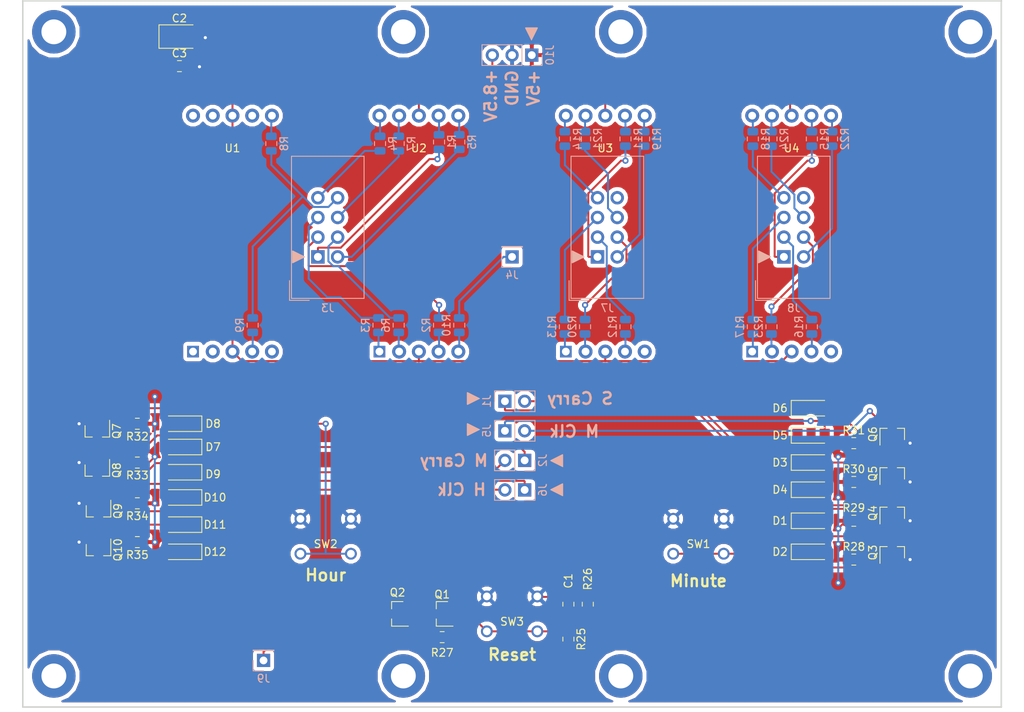
<source format=kicad_pcb>
(kicad_pcb (version 20171130) (host pcbnew "(5.0.1-3-g963ef8bb5)")
  (layers (0 F.Cu signal) (31 B.Cu signal) (34 B.Paste user) (35 F.Paste user) (36 B.SilkS user) (37 F.SilkS user) (38 B.Mask user) (39 F.Mask user) (44 Edge.Cuts user))
  (net 0 "")
  (net 1 "Net-(C1-Pad1)")
  (net 2 GND)
  (net 3 VCC)
  (net 4 /NXOR_m/A)
  (net 5 "Net-(D1-Pad2)")
  (net 6 /NXOR_m/B)
  (net 7 /NXOR_m/~A)
  (net 8 "Net-(D3-Pad2)")
  (net 9 /NXOR_m/~B)
  (net 10 /NXOR_m/Q)
  (net 11 "Net-(D5-Pad1)")
  (net 12 "Net-(D6-Pad1)")
  (net 13 "Net-(D7-Pad2)")
  (net 14 /NXOR_h/A)
  (net 15 /NXOR_h/B)
  (net 16 "Net-(D10-Pad2)")
  (net 17 /NXOR_h/~A)
  (net 18 /NXOR_h/~B)
  (net 19 /NXOR_h/Q)
  (net 20 "Net-(D11-Pad1)")
  (net 21 "Net-(D12-Pad1)")
  (net 22 "Net-(J3-Pad1)")
  (net 23 "Net-(J3-Pad2)")
  (net 24 "Net-(J3-Pad3)")
  (net 25 "Net-(J3-Pad4)")
  (net 26 "Net-(J3-Pad5)")
  (net 27 "Net-(J3-Pad6)")
  (net 28 "Net-(J3-Pad7)")
  (net 29 "Net-(J3-Pad8)")
  (net 30 "Net-(J4-Pad1)")
  (net 31 /NXOR_m/~Q)
  (net 32 /NXOR_h/~Q)
  (net 33 "Net-(J7-Pad1)")
  (net 34 "Net-(J7-Pad2)")
  (net 35 "Net-(J7-Pad3)")
  (net 36 "Net-(J7-Pad4)")
  (net 37 "Net-(J7-Pad5)")
  (net 38 "Net-(J7-Pad6)")
  (net 39 "Net-(J7-Pad7)")
  (net 40 "Net-(J8-Pad7)")
  (net 41 "Net-(J8-Pad6)")
  (net 42 "Net-(J8-Pad5)")
  (net 43 "Net-(J8-Pad4)")
  (net 44 "Net-(J8-Pad3)")
  (net 45 "Net-(J8-Pad2)")
  (net 46 "Net-(J8-Pad1)")
  (net 47 "Net-(J9-Pad1)")
  (net 48 VAA)
  (net 49 "Net-(Q1-Pad3)")
  (net 50 /D2_a)
  (net 51 /D2_c)
  (net 52 /D2_e)
  (net 53 /D2_g)
  (net 54 /D2_b)
  (net 55 /D2_d)
  (net 56 /D2_f)
  (net 57 /D1_b)
  (net 58 /D1_c)
  (net 59 /D2_dp)
  (net 60 /D3_a)
  (net 61 /D3_c)
  (net 62 /D3_e)
  (net 63 /D3_g)
  (net 64 /D4_a)
  (net 65 /D4_c)
  (net 66 /D4_e)
  (net 67 /D4_g)
  (net 68 /D3_b)
  (net 69 /D3_d)
  (net 70 /D3_f)
  (net 71 /D4_b)
  (net 72 /D4_d)
  (net 73 /D4_f)
  (module Capacitor_SMD:C_0805_2012Metric (layer F.Cu) (at 140.25 127.75 90)
    (fp_text reference C1 (at 3 0 90) (layer F.SilkS))
    (fp_text value 0.63u)
    (pad 1 smd roundrect (at -0.9375 0 90) (size 0.975 1.4) (layers F.Cu F.Paste F.Mask) (net 1 "Net-(C1-Pad1)"))
    (pad 2 smd roundrect (at 0.9375 0 90) (size 0.975 1.4) (layers F.Cu F.Paste F.Mask) (net 2 GND))
  )
  (module Capacitor_SMD:C_0805_2012Metric (layer F.Cu) (at 90.17 58.42)
    (fp_text reference C3 (at 0 -1.65) (layer F.SilkS))
    (fp_text value 0.1u)
    (pad 2 smd roundrect (at 0.9375 0) (size 0.975 1.4) (layers F.Cu F.Paste F.Mask) (net 2 GND))
    (pad 1 smd roundrect (at -0.9375 0) (size 0.975 1.4) (layers F.Cu F.Paste F.Mask) (net 3 VCC))
  )
  (module Diode_SMD:D_MiniMELF (layer F.Cu) (at 171.5 117)
    (fp_text reference D1 (at -4 0) (layer F.SilkS))
    (fp_text value LL103C)
    (pad 1 smd rect (at -1.75 0) (size 1.3 1.7) (layers F.Cu F.Paste F.Mask) (net 4 /NXOR_m/A))
    (pad 2 smd rect (at 1.75 0) (size 1.3 1.7) (layers F.Cu F.Paste F.Mask) (net 5 "Net-(D1-Pad2)"))
  )
  (module Diode_SMD:D_MiniMELF (layer F.Cu) (at 171.5 121)
    (fp_text reference D2 (at -4 0) (layer F.SilkS))
    (fp_text value LL103C)
    (pad 1 smd rect (at -1.75 0) (size 1.3 1.7) (layers F.Cu F.Paste F.Mask) (net 6 /NXOR_m/B))
    (pad 2 smd rect (at 1.75 0) (size 1.3 1.7) (layers F.Cu F.Paste F.Mask) (net 5 "Net-(D1-Pad2)"))
  )
  (module Diode_SMD:D_MiniMELF (layer F.Cu) (at 171.5 109.5)
    (fp_text reference D3 (at -4 0) (layer F.SilkS))
    (fp_text value LL103C)
    (pad 1 smd rect (at -1.75 0) (size 1.3 1.7) (layers F.Cu F.Paste F.Mask) (net 7 /NXOR_m/~A))
    (pad 2 smd rect (at 1.75 0) (size 1.3 1.7) (layers F.Cu F.Paste F.Mask) (net 8 "Net-(D3-Pad2)"))
  )
  (module Diode_SMD:D_MiniMELF (layer F.Cu) (at 171.5 113)
    (fp_text reference D4 (at -4 0) (layer F.SilkS))
    (fp_text value LL103C)
    (pad 1 smd rect (at -1.75 0) (size 1.3 1.7) (layers F.Cu F.Paste F.Mask) (net 9 /NXOR_m/~B))
    (pad 2 smd rect (at 1.75 0) (size 1.3 1.7) (layers F.Cu F.Paste F.Mask) (net 8 "Net-(D3-Pad2)"))
  )
  (module Diode_SMD:D_MiniMELF (layer F.Cu) (at 171.5 106)
    (fp_text reference D5 (at -4 0) (layer F.SilkS))
    (fp_text value LL103C)
    (pad 2 smd rect (at 1.75 0) (size 1.3 1.7) (layers F.Cu F.Paste F.Mask) (net 10 /NXOR_m/Q))
    (pad 1 smd rect (at -1.75 0) (size 1.3 1.7) (layers F.Cu F.Paste F.Mask) (net 11 "Net-(D5-Pad1)"))
  )
  (module Diode_SMD:D_MiniMELF (layer F.Cu) (at 171.5 102.5)
    (fp_text reference D6 (at -4 0) (layer F.SilkS))
    (fp_text value LL103C)
    (pad 1 smd rect (at -1.75 0) (size 1.3 1.7) (layers F.Cu F.Paste F.Mask) (net 12 "Net-(D6-Pad1)"))
    (pad 2 smd rect (at 1.75 0) (size 1.3 1.7) (layers F.Cu F.Paste F.Mask) (net 10 /NXOR_m/Q))
  )
  (module Diode_SMD:D_MiniMELF (layer F.Cu) (at 90.5 107.5 180)
    (fp_text reference D7 (at -4 0 180) (layer F.SilkS))
    (fp_text value LL103C)
    (pad 2 smd rect (at 1.75 0 180) (size 1.3 1.7) (layers F.Cu F.Paste F.Mask) (net 13 "Net-(D7-Pad2)"))
    (pad 1 smd rect (at -1.75 0 180) (size 1.3 1.7) (layers F.Cu F.Paste F.Mask) (net 14 /NXOR_h/A))
  )
  (module Diode_SMD:D_MiniMELF (layer F.Cu) (at 90.5 104.5 180)
    (fp_text reference D8 (at -4 0 180) (layer F.SilkS))
    (fp_text value LL103C)
    (pad 2 smd rect (at 1.75 0 180) (size 1.3 1.7) (layers F.Cu F.Paste F.Mask) (net 13 "Net-(D7-Pad2)"))
    (pad 1 smd rect (at -1.75 0 180) (size 1.3 1.7) (layers F.Cu F.Paste F.Mask) (net 15 /NXOR_h/B))
  )
  (module Diode_SMD:D_MiniMELF (layer F.Cu) (at 90.5 110.75 180)
    (fp_text reference D9 (at -4 -0.25 180) (layer F.SilkS))
    (fp_text value LL103C)
    (pad 2 smd rect (at 1.75 0 180) (size 1.3 1.7) (layers F.Cu F.Paste F.Mask) (net 16 "Net-(D10-Pad2)"))
    (pad 1 smd rect (at -1.75 0 180) (size 1.3 1.7) (layers F.Cu F.Paste F.Mask) (net 17 /NXOR_h/~A))
  )
  (module Diode_SMD:D_MiniMELF (layer F.Cu) (at 90.5 114 180)
    (fp_text reference D10 (at -4.25 0 180) (layer F.SilkS))
    (fp_text value LL103C)
    (pad 2 smd rect (at 1.75 0 180) (size 1.3 1.7) (layers F.Cu F.Paste F.Mask) (net 16 "Net-(D10-Pad2)"))
    (pad 1 smd rect (at -1.75 0 180) (size 1.3 1.7) (layers F.Cu F.Paste F.Mask) (net 18 /NXOR_h/~B))
  )
  (module Diode_SMD:D_MiniMELF (layer F.Cu) (at 90.5 117.5 180)
    (fp_text reference D11 (at -4.25 0 180) (layer F.SilkS))
    (fp_text value LL103C)
    (pad 2 smd rect (at 1.75 0 180) (size 1.3 1.7) (layers F.Cu F.Paste F.Mask) (net 19 /NXOR_h/Q))
    (pad 1 smd rect (at -1.75 0 180) (size 1.3 1.7) (layers F.Cu F.Paste F.Mask) (net 20 "Net-(D11-Pad1)"))
  )
  (module Diode_SMD:D_MiniMELF (layer F.Cu) (at 90.5 121 180)
    (fp_text reference D12 (at -4.25 0 180) (layer F.SilkS))
    (fp_text value LL103C)
    (pad 1 smd rect (at -1.75 0 180) (size 1.3 1.7) (layers F.Cu F.Paste F.Mask) (net 21 "Net-(D12-Pad1)"))
    (pad 2 smd rect (at 1.75 0 180) (size 1.3 1.7) (layers F.Cu F.Paste F.Mask) (net 19 /NXOR_h/Q))
  )
  (module MountingHole:MountingHole_3.2mm_M3_DIN965_Pad (layer F.Cu) (at 74 54)
    (fp_text reference H1 hide)
    (fp_text value MountingHole_Pad)
    (pad 1 thru_hole circle (at 0 0) (size 5.6 5.6) (drill 3.2) (layers *.Cu *.Mask))
  )
  (module MountingHole:MountingHole_3.2mm_M3_DIN965_Pad (layer F.Cu) (at 119 54)
    (fp_text reference H2 hide)
    (fp_text value MountingHole_Pad)
    (pad 1 thru_hole circle (at 0 0) (size 5.6 5.6) (drill 3.2) (layers *.Cu *.Mask))
  )
  (module MountingHole:MountingHole_3.2mm_M3_DIN965_Pad (layer F.Cu) (at 119 137)
    (fp_text reference H3 hide)
    (fp_text value MountingHole_Pad)
    (pad 1 thru_hole circle (at 0 0) (size 5.6 5.6) (drill 3.2) (layers *.Cu *.Mask))
  )
  (module MountingHole:MountingHole_3.2mm_M3_DIN965_Pad (layer F.Cu) (at 74 137)
    (fp_text reference H4 hide)
    (fp_text value MountingHole_Pad)
    (pad 1 thru_hole circle (at 0 0) (size 5.6 5.6) (drill 3.2) (layers *.Cu *.Mask))
  )
  (module MountingHole:MountingHole_3.2mm_M3_DIN965_Pad (layer F.Cu) (at 147 54)
    (fp_text reference H5 hide)
    (fp_text value MountingHole_Pad)
    (pad 1 thru_hole circle (at 0 0) (size 5.6 5.6) (drill 3.2) (layers *.Cu *.Mask))
  )
  (module MountingHole:MountingHole_3.2mm_M3_DIN965_Pad (layer F.Cu) (at 192 54)
    (fp_text reference H6 hide)
    (fp_text value MountingHole_Pad)
    (pad 1 thru_hole circle (at 0 0) (size 5.6 5.6) (drill 3.2) (layers *.Cu *.Mask))
  )
  (module MountingHole:MountingHole_3.2mm_M3_DIN965_Pad (layer F.Cu) (at 147 137)
    (fp_text reference H7 hide)
    (fp_text value MountingHole_Pad)
    (pad 1 thru_hole circle (at 0 0) (size 5.6 5.6) (drill 3.2) (layers *.Cu *.Mask))
  )
  (module MountingHole:MountingHole_3.2mm_M3_DIN965_Pad (layer F.Cu) (at 192 137)
    (fp_text reference H8 hide)
    (fp_text value MountingHole_Pad)
    (pad 1 thru_hole circle (at 0 0) (size 5.6 5.6) (drill 3.2) (layers *.Cu *.Mask))
  )
  (module Connector_PinHeader_2.54mm:PinHeader_1x02_P2.54mm_Vertical (layer B.Cu) (at 132.08 101.6 270)
    (fp_text reference J1 (at 0 2.33 270) (layer B.SilkS) (effects (justify mirror)))
    (fp_text value S_Carry)
    (pad 1 thru_hole rect (at 0 0 270) (size 1.7 1.7) (drill 1) (layers *.Cu *.Mask) (net 4 /NXOR_m/A))
    (pad 2 thru_hole oval (at 0 -2.54 270) (size 1.7 1.7) (drill 1) (layers *.Cu *.Mask) (net 7 /NXOR_m/~A))
  )
  (module Connector_PinHeader_2.54mm:PinHeader_1x02_P2.54mm_Vertical (layer B.Cu) (at 134.62 109.22 90)
    (fp_text reference J2 (at 0 2.33 90) (layer B.SilkS) (effects (justify mirror)))
    (fp_text value M_Carry)
    (pad 2 thru_hole oval (at 0 -2.54 90) (size 1.7 1.7) (drill 1) (layers *.Cu *.Mask) (net 17 /NXOR_h/~A))
    (pad 1 thru_hole rect (at 0 0 90) (size 1.7 1.7) (drill 1) (layers *.Cu *.Mask) (net 14 /NXOR_h/A))
  )
  (module Connector_IDC:IDC-Header_2x04_P2.54mm_Vertical (layer B.Cu) (at 108 83)
    (fp_text reference J3 (at 1.27 6.604) (layer B.SilkS) (effects (justify mirror)))
    (fp_text value Hour)
    (pad 1 thru_hole rect (at 0 0) (size 1.7272 1.7272) (drill 1.016) (layers *.Cu *.Mask) (net 22 "Net-(J3-Pad1)"))
    (pad 2 thru_hole oval (at 2.54 0) (size 1.7272 1.7272) (drill 1.016) (layers *.Cu *.Mask) (net 23 "Net-(J3-Pad2)"))
    (pad 3 thru_hole oval (at 0 -2.54) (size 1.7272 1.7272) (drill 1.016) (layers *.Cu *.Mask) (net 24 "Net-(J3-Pad3)"))
    (pad 4 thru_hole oval (at 2.54 -2.54) (size 1.7272 1.7272) (drill 1.016) (layers *.Cu *.Mask) (net 25 "Net-(J3-Pad4)"))
    (pad 5 thru_hole oval (at 0 -5.08) (size 1.7272 1.7272) (drill 1.016) (layers *.Cu *.Mask) (net 26 "Net-(J3-Pad5)"))
    (pad 6 thru_hole oval (at 2.54 -5.08) (size 1.7272 1.7272) (drill 1.016) (layers *.Cu *.Mask) (net 27 "Net-(J3-Pad6)"))
    (pad 7 thru_hole oval (at 0 -7.62) (size 1.7272 1.7272) (drill 1.016) (layers *.Cu *.Mask) (net 28 "Net-(J3-Pad7)"))
    (pad 8 thru_hole oval (at 2.54 -7.62) (size 1.7272 1.7272) (drill 1.016) (layers *.Cu *.Mask) (net 29 "Net-(J3-Pad8)"))
  )
  (module Connector_PinHeader_2.54mm:PinHeader_1x01_P2.54mm_Vertical (layer B.Cu) (at 133 83)
    (fp_text reference J4 (at 0 2.33) (layer B.SilkS) (effects (justify mirror)))
    (fp_text value Second)
    (pad 1 thru_hole rect (at 0 0) (size 1.7 1.7) (drill 1) (layers *.Cu *.Mask) (net 30 "Net-(J4-Pad1)"))
  )
  (module Connector_PinHeader_2.54mm:PinHeader_1x02_P2.54mm_Vertical (layer B.Cu) (at 132.08 105.41 270)
    (fp_text reference J5 (at 0 2.33 270) (layer B.SilkS) (effects (justify mirror)))
    (fp_text value M_CLK)
    (pad 1 thru_hole rect (at 0 0 270) (size 1.7 1.7) (drill 1) (layers *.Cu *.Mask) (net 10 /NXOR_m/Q))
    (pad 2 thru_hole oval (at 0 -2.54 270) (size 1.7 1.7) (drill 1) (layers *.Cu *.Mask) (net 31 /NXOR_m/~Q))
  )
  (module Connector_PinHeader_2.54mm:PinHeader_1x02_P2.54mm_Vertical (layer B.Cu) (at 134.62 113.03 90)
    (fp_text reference J6 (at 0 2.33 90) (layer B.SilkS) (effects (justify mirror)))
    (fp_text value H_CLK)
    (pad 2 thru_hole oval (at 0 -2.54 90) (size 1.7 1.7) (drill 1) (layers *.Cu *.Mask) (net 32 /NXOR_h/~Q))
    (pad 1 thru_hole rect (at 0 0 90) (size 1.7 1.7) (drill 1) (layers *.Cu *.Mask) (net 19 /NXOR_h/Q))
  )
  (module Connector_IDC:IDC-Header_2x04_P2.54mm_Vertical (layer B.Cu) (at 144 83)
    (fp_text reference J7 (at 1.27 6.604) (layer B.SilkS) (effects (justify mirror)))
    (fp_text value Minute10)
    (pad 1 thru_hole rect (at 0 0) (size 1.7272 1.7272) (drill 1.016) (layers *.Cu *.Mask) (net 33 "Net-(J7-Pad1)"))
    (pad 2 thru_hole oval (at 2.54 0) (size 1.7272 1.7272) (drill 1.016) (layers *.Cu *.Mask) (net 34 "Net-(J7-Pad2)"))
    (pad 3 thru_hole oval (at 0 -2.54) (size 1.7272 1.7272) (drill 1.016) (layers *.Cu *.Mask) (net 35 "Net-(J7-Pad3)"))
    (pad 4 thru_hole oval (at 2.54 -2.54) (size 1.7272 1.7272) (drill 1.016) (layers *.Cu *.Mask) (net 36 "Net-(J7-Pad4)"))
    (pad 5 thru_hole oval (at 0 -5.08) (size 1.7272 1.7272) (drill 1.016) (layers *.Cu *.Mask) (net 37 "Net-(J7-Pad5)"))
    (pad 6 thru_hole oval (at 2.54 -5.08) (size 1.7272 1.7272) (drill 1.016) (layers *.Cu *.Mask) (net 38 "Net-(J7-Pad6)"))
    (pad 7 thru_hole oval (at 0 -7.62) (size 1.7272 1.7272) (drill 1.016) (layers *.Cu *.Mask) (net 39 "Net-(J7-Pad7)"))
    (pad 8 thru_hole oval (at 2.54 -7.62) (size 1.7272 1.7272) (drill 1.016) (layers *.Cu *.Mask))
  )
  (module Connector_IDC:IDC-Header_2x04_P2.54mm_Vertical (layer B.Cu) (at 168 83)
    (fp_text reference J8 (at 1.27 6.604) (layer B.SilkS) (effects (justify mirror)))
    (fp_text value Minute1)
    (pad 8 thru_hole oval (at 2.54 -7.62) (size 1.7272 1.7272) (drill 1.016) (layers *.Cu *.Mask))
    (pad 7 thru_hole oval (at 0 -7.62) (size 1.7272 1.7272) (drill 1.016) (layers *.Cu *.Mask) (net 40 "Net-(J8-Pad7)"))
    (pad 6 thru_hole oval (at 2.54 -5.08) (size 1.7272 1.7272) (drill 1.016) (layers *.Cu *.Mask) (net 41 "Net-(J8-Pad6)"))
    (pad 5 thru_hole oval (at 0 -5.08) (size 1.7272 1.7272) (drill 1.016) (layers *.Cu *.Mask) (net 42 "Net-(J8-Pad5)"))
    (pad 4 thru_hole oval (at 2.54 -2.54) (size 1.7272 1.7272) (drill 1.016) (layers *.Cu *.Mask) (net 43 "Net-(J8-Pad4)"))
    (pad 3 thru_hole oval (at 0 -2.54) (size 1.7272 1.7272) (drill 1.016) (layers *.Cu *.Mask) (net 44 "Net-(J8-Pad3)"))
    (pad 2 thru_hole oval (at 2.54 0) (size 1.7272 1.7272) (drill 1.016) (layers *.Cu *.Mask) (net 45 "Net-(J8-Pad2)"))
    (pad 1 thru_hole rect (at 0 0) (size 1.7272 1.7272) (drill 1.016) (layers *.Cu *.Mask) (net 46 "Net-(J8-Pad1)"))
  )
  (module Connector_PinHeader_2.54mm:PinHeader_1x01_P2.54mm_Vertical (layer B.Cu) (at 101 135)
    (fp_text reference J9 (at 0 2.33) (layer B.SilkS) (effects (justify mirror)))
    (fp_text value ~RST)
    (pad 1 thru_hole rect (at 0 0) (size 1.7 1.7) (drill 1) (layers *.Cu *.Mask) (net 47 "Net-(J9-Pad1)"))
  )
  (module Connector_PinHeader_2.54mm:PinHeader_1x03_P2.54mm_Vertical (layer B.Cu) (at 135.54 57 90)
    (fp_text reference J10 (at 0 2.33 90) (layer B.SilkS) (effects (justify mirror)))
    (fp_text value Power)
    (pad 1 thru_hole rect (at 0 0 90) (size 1.7 1.7) (drill 1) (layers *.Cu *.Mask) (net 3 VCC))
    (pad 2 thru_hole oval (at 0 -2.54 90) (size 1.7 1.7) (drill 1) (layers *.Cu *.Mask) (net 2 GND))
    (pad 3 thru_hole oval (at 0 -5.08 90) (size 1.7 1.7) (drill 1) (layers *.Cu *.Mask) (net 48 VAA))
  )
  (module Package_TO_SOT_SMD:SOT-23 (layer F.Cu) (at 124 129 180)
    (fp_text reference Q1 (at 0 2.5 180) (layer F.SilkS))
    (fp_text value 2N7002)
    (pad 1 smd rect (at -1 -0.95 180) (size 0.9 0.8) (layers F.Cu F.Paste F.Mask) (net 1 "Net-(C1-Pad1)"))
    (pad 2 smd rect (at -1 0.95 180) (size 0.9 0.8) (layers F.Cu F.Paste F.Mask) (net 2 GND))
    (pad 3 smd rect (at 1 0 180) (size 0.9 0.8) (layers F.Cu F.Paste F.Mask) (net 49 "Net-(Q1-Pad3)"))
  )
  (module Package_TO_SOT_SMD:SOT-23 (layer F.Cu) (at 118.25 129 180)
    (fp_text reference Q2 (at 0 2.75 180) (layer F.SilkS))
    (fp_text value 2N7002)
    (pad 3 smd rect (at 1 0 180) (size 0.9 0.8) (layers F.Cu F.Paste F.Mask) (net 47 "Net-(J9-Pad1)"))
    (pad 2 smd rect (at -1 0.95 180) (size 0.9 0.8) (layers F.Cu F.Paste F.Mask) (net 2 GND))
    (pad 1 smd rect (at -1 -0.95 180) (size 0.9 0.8) (layers F.Cu F.Paste F.Mask) (net 49 "Net-(Q1-Pad3)"))
  )
  (module Package_TO_SOT_SMD:SOT-23 (layer F.Cu) (at 181.95 121.09 90)
    (fp_text reference Q3 (at 0 -2.5 90) (layer F.SilkS))
    (fp_text value 2N7002)
    (pad 3 smd rect (at 1 0 90) (size 0.9 0.8) (layers F.Cu F.Paste F.Mask) (net 9 /NXOR_m/~B))
    (pad 2 smd rect (at -1 0.95 90) (size 0.9 0.8) (layers F.Cu F.Paste F.Mask) (net 2 GND))
    (pad 1 smd rect (at -1 -0.95 90) (size 0.9 0.8) (layers F.Cu F.Paste F.Mask) (net 6 /NXOR_m/B))
  )
  (module Package_TO_SOT_SMD:SOT-23 (layer F.Cu) (at 181.95 116.01 90)
    (fp_text reference Q4 (at 0 -2.5 90) (layer F.SilkS))
    (fp_text value 2N7002)
    (pad 3 smd rect (at 1 0 90) (size 0.9 0.8) (layers F.Cu F.Paste F.Mask) (net 11 "Net-(D5-Pad1)"))
    (pad 2 smd rect (at -1 0.95 90) (size 0.9 0.8) (layers F.Cu F.Paste F.Mask) (net 2 GND))
    (pad 1 smd rect (at -1 -0.95 90) (size 0.9 0.8) (layers F.Cu F.Paste F.Mask) (net 5 "Net-(D1-Pad2)"))
  )
  (module Package_TO_SOT_SMD:SOT-23 (layer F.Cu) (at 181.95 110.93 90)
    (fp_text reference Q5 (at 0 -2.5 90) (layer F.SilkS))
    (fp_text value 2N7002)
    (pad 1 smd rect (at -1 -0.95 90) (size 0.9 0.8) (layers F.Cu F.Paste F.Mask) (net 8 "Net-(D3-Pad2)"))
    (pad 2 smd rect (at -1 0.95 90) (size 0.9 0.8) (layers F.Cu F.Paste F.Mask) (net 2 GND))
    (pad 3 smd rect (at 1 0 90) (size 0.9 0.8) (layers F.Cu F.Paste F.Mask) (net 12 "Net-(D6-Pad1)"))
  )
  (module Package_TO_SOT_SMD:SOT-23 (layer F.Cu) (at 181.95 105.85 90)
    (fp_text reference Q6 (at 0 -2.5 90) (layer F.SilkS))
    (fp_text value 2N7002)
    (pad 1 smd rect (at -1 -0.95 90) (size 0.9 0.8) (layers F.Cu F.Paste F.Mask) (net 10 /NXOR_m/Q))
    (pad 2 smd rect (at -1 0.95 90) (size 0.9 0.8) (layers F.Cu F.Paste F.Mask) (net 2 GND))
    (pad 3 smd rect (at 1 0 90) (size 0.9 0.8) (layers F.Cu F.Paste F.Mask) (net 31 /NXOR_m/~Q))
  )
  (module Package_TO_SOT_SMD:SOT-23 (layer F.Cu) (at 79.6 105.45 270)
    (fp_text reference Q7 (at 0 -2.5 270) (layer F.SilkS))
    (fp_text value 2N7002)
    (pad 1 smd rect (at -1 -0.95 270) (size 0.9 0.8) (layers F.Cu F.Paste F.Mask) (net 15 /NXOR_h/B))
    (pad 2 smd rect (at -1 0.95 270) (size 0.9 0.8) (layers F.Cu F.Paste F.Mask) (net 2 GND))
    (pad 3 smd rect (at 1 0 270) (size 0.9 0.8) (layers F.Cu F.Paste F.Mask) (net 18 /NXOR_h/~B))
  )
  (module Package_TO_SOT_SMD:SOT-23 (layer F.Cu) (at 79.6 110.5 270)
    (fp_text reference Q8 (at 0 -2.5 270) (layer F.SilkS))
    (fp_text value 2N7002)
    (pad 3 smd rect (at 1 0 270) (size 0.9 0.8) (layers F.Cu F.Paste F.Mask) (net 20 "Net-(D11-Pad1)"))
    (pad 2 smd rect (at -1 0.95 270) (size 0.9 0.8) (layers F.Cu F.Paste F.Mask) (net 2 GND))
    (pad 1 smd rect (at -1 -0.95 270) (size 0.9 0.8) (layers F.Cu F.Paste F.Mask) (net 13 "Net-(D7-Pad2)"))
  )
  (module Package_TO_SOT_SMD:SOT-23 (layer F.Cu) (at 79.75 115.75 270)
    (fp_text reference Q9 (at 0 -2.5 270) (layer F.SilkS))
    (fp_text value 2N7002)
    (pad 3 smd rect (at 1 0 270) (size 0.9 0.8) (layers F.Cu F.Paste F.Mask) (net 21 "Net-(D12-Pad1)"))
    (pad 2 smd rect (at -1 0.95 270) (size 0.9 0.8) (layers F.Cu F.Paste F.Mask) (net 2 GND))
    (pad 1 smd rect (at -1 -0.95 270) (size 0.9 0.8) (layers F.Cu F.Paste F.Mask) (net 16 "Net-(D10-Pad2)"))
  )
  (module Package_TO_SOT_SMD:SOT-23 (layer F.Cu) (at 79.75 120.75 270)
    (fp_text reference Q10 (at 0 -2.5 270) (layer F.SilkS))
    (fp_text value 2N7002)
    (pad 1 smd rect (at -1 -0.95 270) (size 0.9 0.8) (layers F.Cu F.Paste F.Mask) (net 19 /NXOR_h/Q))
    (pad 2 smd rect (at -1 0.95 270) (size 0.9 0.8) (layers F.Cu F.Paste F.Mask) (net 2 GND))
    (pad 3 smd rect (at 1 0 270) (size 0.9 0.8) (layers F.Cu F.Paste F.Mask) (net 32 /NXOR_h/~Q))
  )
  (module Resistor_SMD:R_0805_2012Metric (layer B.Cu) (at 123.6 68.2 90)
    (fp_text reference R1 (at 0 1.65 90) (layer B.SilkS) (effects (justify mirror)))
    (fp_text value 15)
    (pad 1 smd roundrect (at -0.9375 0 90) (size 0.975 1.4) (layers B.Cu B.Paste B.Mask) (net 22 "Net-(J3-Pad1)"))
    (pad 2 smd roundrect (at 0.9375 0 90) (size 0.975 1.4) (layers B.Cu B.Paste B.Mask) (net 50 /D2_a))
  )
  (module Resistor_SMD:R_0805_2012Metric (layer B.Cu) (at 123.6 91.8 270)
    (fp_text reference R2 (at 0 1.65 270) (layer B.SilkS) (effects (justify mirror)))
    (fp_text value 15)
    (pad 2 smd roundrect (at 0.9375 0 270) (size 0.975 1.4) (layers B.Cu B.Paste B.Mask) (net 51 /D2_c))
    (pad 1 smd roundrect (at -0.9375 0 270) (size 0.975 1.4) (layers B.Cu B.Paste B.Mask) (net 24 "Net-(J3-Pad3)"))
  )
  (module Resistor_SMD:R_0805_2012Metric (layer B.Cu) (at 115.8 91.8 270)
    (fp_text reference R3 (at 0 1.65 270) (layer B.SilkS) (effects (justify mirror)))
    (fp_text value 15)
    (pad 1 smd roundrect (at -0.9375 0 270) (size 0.975 1.4) (layers B.Cu B.Paste B.Mask) (net 26 "Net-(J3-Pad5)"))
    (pad 2 smd roundrect (at 0.9375 0 270) (size 0.975 1.4) (layers B.Cu B.Paste B.Mask) (net 52 /D2_e))
  )
  (module Resistor_SMD:R_0805_2012Metric (layer B.Cu) (at 116 68.4 90)
    (fp_text reference R4 (at 0 1.65 90) (layer B.SilkS) (effects (justify mirror)))
    (fp_text value 15)
    (pad 2 smd roundrect (at 0.9375 0 90) (size 0.975 1.4) (layers B.Cu B.Paste B.Mask) (net 53 /D2_g))
    (pad 1 smd roundrect (at -0.9375 0 90) (size 0.975 1.4) (layers B.Cu B.Paste B.Mask) (net 28 "Net-(J3-Pad7)"))
  )
  (module Resistor_SMD:R_0805_2012Metric (layer B.Cu) (at 126.2 68.2 90)
    (fp_text reference R5 (at 0 1.65 90) (layer B.SilkS) (effects (justify mirror)))
    (fp_text value 15)
    (pad 1 smd roundrect (at -0.9375 0 90) (size 0.975 1.4) (layers B.Cu B.Paste B.Mask) (net 23 "Net-(J3-Pad2)"))
    (pad 2 smd roundrect (at 0.9375 0 90) (size 0.975 1.4) (layers B.Cu B.Paste B.Mask) (net 54 /D2_b))
  )
  (module Resistor_SMD:R_0805_2012Metric (layer B.Cu) (at 118.4 91.8 270)
    (fp_text reference R6 (at 0 1.65 270) (layer B.SilkS) (effects (justify mirror)))
    (fp_text value 15)
    (pad 2 smd roundrect (at 0.9375 0 270) (size 0.975 1.4) (layers B.Cu B.Paste B.Mask) (net 55 /D2_d))
    (pad 1 smd roundrect (at -0.9375 0 270) (size 0.975 1.4) (layers B.Cu B.Paste B.Mask) (net 25 "Net-(J3-Pad4)"))
  )
  (module Resistor_SMD:R_0805_2012Metric (layer B.Cu) (at 118.4 68.4 90)
    (fp_text reference R7 (at 0 1.65 90) (layer B.SilkS) (effects (justify mirror)))
    (fp_text value 15)
    (pad 1 smd roundrect (at -0.9375 0 90) (size 0.975 1.4) (layers B.Cu B.Paste B.Mask) (net 27 "Net-(J3-Pad6)"))
    (pad 2 smd roundrect (at 0.9375 0 90) (size 0.975 1.4) (layers B.Cu B.Paste B.Mask) (net 56 /D2_f))
  )
  (module Resistor_SMD:R_0805_2012Metric (layer B.Cu) (at 102 68.4 90)
    (fp_text reference R8 (at 0 1.65 90) (layer B.SilkS) (effects (justify mirror)))
    (fp_text value 15)
    (pad 2 smd roundrect (at 0.9375 0 90) (size 0.975 1.4) (layers B.Cu B.Paste B.Mask) (net 57 /D1_b))
    (pad 1 smd roundrect (at -0.9375 0 90) (size 0.975 1.4) (layers B.Cu B.Paste B.Mask) (net 29 "Net-(J3-Pad8)"))
  )
  (module Resistor_SMD:R_0805_2012Metric (layer B.Cu) (at 99.6 91.8 270)
    (fp_text reference R9 (at 0 1.65 270) (layer B.SilkS) (effects (justify mirror)))
    (fp_text value 15)
    (pad 1 smd roundrect (at -0.9375 0 270) (size 0.975 1.4) (layers B.Cu B.Paste B.Mask) (net 29 "Net-(J3-Pad8)"))
    (pad 2 smd roundrect (at 0.9375 0 270) (size 0.975 1.4) (layers B.Cu B.Paste B.Mask) (net 58 /D1_c))
  )
  (module Resistor_SMD:R_0805_2012Metric (layer B.Cu) (at 126.2 91.8 270)
    (fp_text reference R10 (at 0 1.65 270) (layer B.SilkS) (effects (justify mirror)))
    (fp_text value 270)
    (pad 1 smd roundrect (at -0.9375 0 270) (size 0.975 1.4) (layers B.Cu B.Paste B.Mask) (net 30 "Net-(J4-Pad1)"))
    (pad 2 smd roundrect (at 0.9375 0 270) (size 0.975 1.4) (layers B.Cu B.Paste B.Mask) (net 59 /D2_dp))
  )
  (module Resistor_SMD:R_0805_2012Metric (layer B.Cu) (at 147.6 67.8 90)
    (fp_text reference R11 (at 0 1.65 90) (layer B.SilkS) (effects (justify mirror)))
    (fp_text value 15)
    (pad 1 smd roundrect (at -0.9375 0 90) (size 0.975 1.4) (layers B.Cu B.Paste B.Mask) (net 33 "Net-(J7-Pad1)"))
    (pad 2 smd roundrect (at 0.9375 0 90) (size 0.975 1.4) (layers B.Cu B.Paste B.Mask) (net 60 /D3_a))
  )
  (module Resistor_SMD:R_0805_2012Metric (layer B.Cu) (at 147.6 92 270)
    (fp_text reference R12 (at 0 1.65 270) (layer B.SilkS) (effects (justify mirror)))
    (fp_text value 15)
    (pad 2 smd roundrect (at 0.9375 0 270) (size 0.975 1.4) (layers B.Cu B.Paste B.Mask) (net 61 /D3_c))
    (pad 1 smd roundrect (at -0.9375 0 270) (size 0.975 1.4) (layers B.Cu B.Paste B.Mask) (net 35 "Net-(J7-Pad3)"))
  )
  (module Resistor_SMD:R_0805_2012Metric (layer B.Cu) (at 139.8 92 270)
    (fp_text reference R13 (at 0 1.65 270) (layer B.SilkS) (effects (justify mirror)))
    (fp_text value 15)
    (pad 1 smd roundrect (at -0.9375 0 270) (size 0.975 1.4) (layers B.Cu B.Paste B.Mask) (net 37 "Net-(J7-Pad5)"))
    (pad 2 smd roundrect (at 0.9375 0 270) (size 0.975 1.4) (layers B.Cu B.Paste B.Mask) (net 62 /D3_e))
  )
  (module Resistor_SMD:R_0805_2012Metric (layer B.Cu) (at 139.8 67.8 90)
    (fp_text reference R14 (at 0 1.65 90) (layer B.SilkS) (effects (justify mirror)))
    (fp_text value 15)
    (pad 2 smd roundrect (at 0.9375 0 90) (size 0.975 1.4) (layers B.Cu B.Paste B.Mask) (net 63 /D3_g))
    (pad 1 smd roundrect (at -0.9375 0 90) (size 0.975 1.4) (layers B.Cu B.Paste B.Mask) (net 39 "Net-(J7-Pad7)"))
  )
  (module Resistor_SMD:R_0805_2012Metric (layer B.Cu) (at 171.6 67.8 90)
    (fp_text reference R15 (at 0 1.65 90) (layer B.SilkS) (effects (justify mirror)))
    (fp_text value 15)
    (pad 1 smd roundrect (at -0.9375 0 90) (size 0.975 1.4) (layers B.Cu B.Paste B.Mask) (net 46 "Net-(J8-Pad1)"))
    (pad 2 smd roundrect (at 0.9375 0 90) (size 0.975 1.4) (layers B.Cu B.Paste B.Mask) (net 64 /D4_a))
  )
  (module Resistor_SMD:R_0805_2012Metric (layer B.Cu) (at 171.6 92 270)
    (fp_text reference R16 (at 0 1.65 270) (layer B.SilkS) (effects (justify mirror)))
    (fp_text value 15)
    (pad 2 smd roundrect (at 0.9375 0 270) (size 0.975 1.4) (layers B.Cu B.Paste B.Mask) (net 65 /D4_c))
    (pad 1 smd roundrect (at -0.9375 0 270) (size 0.975 1.4) (layers B.Cu B.Paste B.Mask) (net 44 "Net-(J8-Pad3)"))
  )
  (module Resistor_SMD:R_0805_2012Metric (layer B.Cu) (at 164 92 270)
    (fp_text reference R17 (at 0 1.65 270) (layer B.SilkS) (effects (justify mirror)))
    (fp_text value 15)
    (pad 1 smd roundrect (at -0.9375 0 270) (size 0.975 1.4) (layers B.Cu B.Paste B.Mask) (net 42 "Net-(J8-Pad5)"))
    (pad 2 smd roundrect (at 0.9375 0 270) (size 0.975 1.4) (layers B.Cu B.Paste B.Mask) (net 66 /D4_e))
  )
  (module Resistor_SMD:R_0805_2012Metric (layer B.Cu) (at 164 67.8 90)
    (fp_text reference R18 (at 0 1.65 90) (layer B.SilkS) (effects (justify mirror)))
    (fp_text value 15)
    (pad 2 smd roundrect (at 0.9375 0 90) (size 0.975 1.4) (layers B.Cu B.Paste B.Mask) (net 67 /D4_g))
    (pad 1 smd roundrect (at -0.9375 0 90) (size 0.975 1.4) (layers B.Cu B.Paste B.Mask) (net 40 "Net-(J8-Pad7)"))
  )
  (module Resistor_SMD:R_0805_2012Metric (layer B.Cu) (at 150 67.8 90)
    (fp_text reference R19 (at 0 1.65 90) (layer B.SilkS) (effects (justify mirror)))
    (fp_text value 15)
    (pad 1 smd roundrect (at -0.9375 0 90) (size 0.975 1.4) (layers B.Cu B.Paste B.Mask) (net 34 "Net-(J7-Pad2)"))
    (pad 2 smd roundrect (at 0.9375 0 90) (size 0.975 1.4) (layers B.Cu B.Paste B.Mask) (net 68 /D3_b))
  )
  (module Resistor_SMD:R_0805_2012Metric (layer B.Cu) (at 142.4 92 270)
    (fp_text reference R20 (at 0 1.65 270) (layer B.SilkS) (effects (justify mirror)))
    (fp_text value 15)
    (pad 2 smd roundrect (at 0.9375 0 270) (size 0.975 1.4) (layers B.Cu B.Paste B.Mask) (net 69 /D3_d))
    (pad 1 smd roundrect (at -0.9375 0 270) (size 0.975 1.4) (layers B.Cu B.Paste B.Mask) (net 36 "Net-(J7-Pad4)"))
  )
  (module Resistor_SMD:R_0805_2012Metric (layer B.Cu) (at 142.4 67.8 90)
    (fp_text reference R21 (at 0 1.65 90) (layer B.SilkS) (effects (justify mirror)))
    (fp_text value 15)
    (pad 1 smd roundrect (at -0.9375 0 90) (size 0.975 1.4) (layers B.Cu B.Paste B.Mask) (net 38 "Net-(J7-Pad6)"))
    (pad 2 smd roundrect (at 0.9375 0 90) (size 0.975 1.4) (layers B.Cu B.Paste B.Mask) (net 70 /D3_f))
  )
  (module Resistor_SMD:R_0805_2012Metric (layer B.Cu) (at 174.2 67.8 90)
    (fp_text reference R22 (at 0 1.65 90) (layer B.SilkS) (effects (justify mirror)))
    (fp_text value 15)
    (pad 1 smd roundrect (at -0.9375 0 90) (size 0.975 1.4) (layers B.Cu B.Paste B.Mask) (net 45 "Net-(J8-Pad2)"))
    (pad 2 smd roundrect (at 0.9375 0 90) (size 0.975 1.4) (layers B.Cu B.Paste B.Mask) (net 71 /D4_b))
  )
  (module Resistor_SMD:R_0805_2012Metric (layer B.Cu) (at 166.4 92 270)
    (fp_text reference R23 (at 0 1.65 270) (layer B.SilkS) (effects (justify mirror)))
    (fp_text value 15)
    (pad 2 smd roundrect (at 0.9375 0 270) (size 0.975 1.4) (layers B.Cu B.Paste B.Mask) (net 72 /D4_d))
    (pad 1 smd roundrect (at -0.9375 0 270) (size 0.975 1.4) (layers B.Cu B.Paste B.Mask) (net 43 "Net-(J8-Pad4)"))
  )
  (module Resistor_SMD:R_0805_2012Metric (layer B.Cu) (at 166.4 67.8 90)
    (fp_text reference R24 (at 0 1.65 90) (layer B.SilkS) (effects (justify mirror)))
    (fp_text value 15)
    (pad 1 smd roundrect (at -0.9375 0 90) (size 0.975 1.4) (layers B.Cu B.Paste B.Mask) (net 41 "Net-(J8-Pad6)"))
    (pad 2 smd roundrect (at 0.9375 0 90) (size 0.975 1.4) (layers B.Cu B.Paste B.Mask) (net 73 /D4_f))
  )
  (module Resistor_SMD:R_0805_2012Metric (layer F.Cu) (at 140.25 132.25 270)
    (fp_text reference R25 (at 0 -1.65 270) (layer F.SilkS))
    (fp_text value 100k)
    (pad 1 smd roundrect (at -0.9375 0 270) (size 0.975 1.4) (layers F.Cu F.Paste F.Mask) (net 1 "Net-(C1-Pad1)"))
    (pad 2 smd roundrect (at 0.9375 0 270) (size 0.975 1.4) (layers F.Cu F.Paste F.Mask) (net 3 VCC))
  )
  (module Resistor_SMD:R_0805_2012Metric (layer F.Cu) (at 142.75 127.75 270)
    (fp_text reference R26 (at -3.25 0 270) (layer F.SilkS))
    (fp_text value 100k)
    (pad 2 smd roundrect (at 0.9375 0 270) (size 0.975 1.4) (layers F.Cu F.Paste F.Mask) (net 1 "Net-(C1-Pad1)"))
    (pad 1 smd roundrect (at -0.9375 0 270) (size 0.975 1.4) (layers F.Cu F.Paste F.Mask) (net 2 GND))
  )
  (module Resistor_SMD:R_0805_2012Metric (layer F.Cu) (at 124 132)
    (fp_text reference R27 (at 0 2) (layer F.SilkS))
    (fp_text value 20k)
    (pad 2 smd roundrect (at 0.9375 0) (size 0.975 1.4) (layers F.Cu F.Paste F.Mask) (net 3 VCC))
    (pad 1 smd roundrect (at -0.9375 0) (size 0.975 1.4) (layers F.Cu F.Paste F.Mask) (net 49 "Net-(Q1-Pad3)"))
  )
  (module Resistor_SMD:R_0805_2012Metric (layer F.Cu) (at 177 122)
    (fp_text reference R28 (at 0 -1.65) (layer F.SilkS))
    (fp_text value 20k)
    (pad 1 smd roundrect (at -0.9375 0) (size 0.975 1.4) (layers F.Cu F.Paste F.Mask) (net 3 VCC))
    (pad 2 smd roundrect (at 0.9375 0) (size 0.975 1.4) (layers F.Cu F.Paste F.Mask) (net 6 /NXOR_m/B))
  )
  (module Resistor_SMD:R_0805_2012Metric (layer F.Cu) (at 177 117)
    (fp_text reference R29 (at 0 -1.65) (layer F.SilkS))
    (fp_text value 20k)
    (pad 1 smd roundrect (at -0.9375 0) (size 0.975 1.4) (layers F.Cu F.Paste F.Mask) (net 3 VCC))
    (pad 2 smd roundrect (at 0.9375 0) (size 0.975 1.4) (layers F.Cu F.Paste F.Mask) (net 5 "Net-(D1-Pad2)"))
  )
  (module Resistor_SMD:R_0805_2012Metric (layer F.Cu) (at 177 112)
    (fp_text reference R30 (at 0 -1.65) (layer F.SilkS))
    (fp_text value 20k)
    (pad 2 smd roundrect (at 0.9375 0) (size 0.975 1.4) (layers F.Cu F.Paste F.Mask) (net 8 "Net-(D3-Pad2)"))
    (pad 1 smd roundrect (at -0.9375 0) (size 0.975 1.4) (layers F.Cu F.Paste F.Mask) (net 3 VCC))
  )
  (module Resistor_SMD:R_0805_2012Metric (layer F.Cu) (at 177 107)
    (fp_text reference R31 (at 0 -1.65) (layer F.SilkS))
    (fp_text value 20k)
    (pad 2 smd roundrect (at 0.9375 0) (size 0.975 1.4) (layers F.Cu F.Paste F.Mask) (net 10 /NXOR_m/Q))
    (pad 1 smd roundrect (at -0.9375 0) (size 0.975 1.4) (layers F.Cu F.Paste F.Mask) (net 3 VCC))
  )
  (module Resistor_SMD:R_0805_2012Metric (layer F.Cu) (at 84.75 104.5 180)
    (fp_text reference R32 (at 0 -1.65 180) (layer F.SilkS))
    (fp_text value 20k)
    (pad 1 smd roundrect (at -0.9375 0 180) (size 0.975 1.4) (layers F.Cu F.Paste F.Mask) (net 3 VCC))
    (pad 2 smd roundrect (at 0.9375 0 180) (size 0.975 1.4) (layers F.Cu F.Paste F.Mask) (net 15 /NXOR_h/B))
  )
  (module Resistor_SMD:R_0805_2012Metric (layer F.Cu) (at 84.75 109.5 180)
    (fp_text reference R33 (at 0 -1.65 180) (layer F.SilkS))
    (fp_text value 20k)
    (pad 2 smd roundrect (at 0.9375 0 180) (size 0.975 1.4) (layers F.Cu F.Paste F.Mask) (net 13 "Net-(D7-Pad2)"))
    (pad 1 smd roundrect (at -0.9375 0 180) (size 0.975 1.4) (layers F.Cu F.Paste F.Mask) (net 3 VCC))
  )
  (module Resistor_SMD:R_0805_2012Metric (layer F.Cu) (at 84.75 114.75 180)
    (fp_text reference R34 (at 0 -1.65 180) (layer F.SilkS))
    (fp_text value 20k)
    (pad 2 smd roundrect (at 0.9375 0 180) (size 0.975 1.4) (layers F.Cu F.Paste F.Mask) (net 16 "Net-(D10-Pad2)"))
    (pad 1 smd roundrect (at -0.9375 0 180) (size 0.975 1.4) (layers F.Cu F.Paste F.Mask) (net 3 VCC))
  )
  (module Resistor_SMD:R_0805_2012Metric (layer F.Cu) (at 84.75 119.75 180)
    (fp_text reference R35 (at 0 -1.65 180) (layer F.SilkS))
    (fp_text value 20k)
    (pad 2 smd roundrect (at 0.9375 0 180) (size 0.975 1.4) (layers F.Cu F.Paste F.Mask) (net 19 /NXOR_h/Q))
    (pad 1 smd roundrect (at -0.9375 0 180) (size 0.975 1.4) (layers F.Cu F.Paste F.Mask) (net 3 VCC))
  )
  (module lib:DTS-644 (layer F.Cu) (at 157 119)
    (fp_text reference SW1 (at 0 1) (layer F.SilkS))
    (fp_text value M)
    (pad 4 thru_hole circle (at 3.25 2.25) (size 1.524 1.524) (drill 1) (layers *.Cu *.Mask) (net 6 /NXOR_m/B))
    (pad 3 thru_hole circle (at 3.25 -2.25) (size 1.524 1.524) (drill 1) (layers *.Cu *.Mask) (net 2 GND))
    (pad 2 thru_hole circle (at -3.25 2.25) (size 1.524 1.524) (drill 1) (layers *.Cu *.Mask) (net 6 /NXOR_m/B))
    (pad 1 thru_hole circle (at -3.25 -2.25) (size 1.524 1.524) (drill 1) (layers *.Cu *.Mask) (net 2 GND))
  )
  (module lib:DTS-644 (layer F.Cu) (at 109 119)
    (fp_text reference SW2 (at 0 1) (layer F.SilkS))
    (fp_text value H)
    (pad 1 thru_hole circle (at -3.25 -2.25) (size 1.524 1.524) (drill 1) (layers *.Cu *.Mask) (net 2 GND))
    (pad 2 thru_hole circle (at -3.25 2.25) (size 1.524 1.524) (drill 1) (layers *.Cu *.Mask) (net 15 /NXOR_h/B))
    (pad 3 thru_hole circle (at 3.25 -2.25) (size 1.524 1.524) (drill 1) (layers *.Cu *.Mask) (net 2 GND))
    (pad 4 thru_hole circle (at 3.25 2.25) (size 1.524 1.524) (drill 1) (layers *.Cu *.Mask) (net 15 /NXOR_h/B))
  )
  (module lib:DTS-644 (layer F.Cu) (at 133 129)
    (fp_text reference SW3 (at 0 1) (layer F.SilkS))
    (fp_text value Reset)
    (pad 1 thru_hole circle (at -3.25 -2.25) (size 1.524 1.524) (drill 1) (layers *.Cu *.Mask) (net 2 GND))
    (pad 2 thru_hole circle (at -3.25 2.25) (size 1.524 1.524) (drill 1) (layers *.Cu *.Mask) (net 1 "Net-(C1-Pad1)"))
    (pad 3 thru_hole circle (at 3.25 -2.25) (size 1.524 1.524) (drill 1) (layers *.Cu *.Mask) (net 2 GND))
    (pad 4 thru_hole circle (at 3.25 2.25) (size 1.524 1.524) (drill 1) (layers *.Cu *.Mask) (net 1 "Net-(C1-Pad1)"))
  )
  (module lib:SA10-21HWA (layer F.Cu) (at 97 80)
    (fp_text reference U1 (at 0 -11) (layer F.SilkS))
    (fp_text value SA23-12EWA)
    (pad 5 thru_hole circle (at 5.08 15.2) (size 1.8 1.8) (drill 1) (layers *.Cu *.Mask))
    (pad 4 thru_hole circle (at 2.54 15.2) (size 1.8 1.8) (drill 1) (layers *.Cu *.Mask) (net 58 /D1_c))
    (pad 3 thru_hole circle (at 0 15.2) (size 1.8 1.8) (drill 1) (layers *.Cu *.Mask) (net 48 VAA))
    (pad 2 thru_hole circle (at -2.54 15.2) (size 1.8 1.8) (drill 1) (layers *.Cu *.Mask))
    (pad 1 thru_hole rect (at -5.08 15.2) (size 1.5 1.5) (drill 1) (layers *.Cu *.Mask))
    (pad 6 thru_hole circle (at 5.08 -15.2) (size 1.8 1.8) (drill 1) (layers *.Cu *.Mask) (net 57 /D1_b))
    (pad 7 thru_hole circle (at 2.54 -15.2) (size 1.8 1.8) (drill 1) (layers *.Cu *.Mask))
    (pad 8 thru_hole circle (at 0 -15.2) (size 1.8 1.8) (drill 1) (layers *.Cu *.Mask) (net 48 VAA))
    (pad 9 thru_hole circle (at -2.54 -15.2) (size 1.8 1.8) (drill 1) (layers *.Cu *.Mask))
    (pad 10 thru_hole circle (at -5.08 -15.2) (size 1.8 1.8) (drill 1) (layers *.Cu *.Mask))
  )
  (module lib:SA10-21HWA (layer F.Cu) (at 121 80)
    (fp_text reference U2 (at 0 -11) (layer F.SilkS))
    (fp_text value SA23-12EWA)
    (pad 10 thru_hole circle (at -5.08 -15.2) (size 1.8 1.8) (drill 1) (layers *.Cu *.Mask) (net 53 /D2_g))
    (pad 9 thru_hole circle (at -2.54 -15.2) (size 1.8 1.8) (drill 1) (layers *.Cu *.Mask) (net 56 /D2_f))
    (pad 8 thru_hole circle (at 0 -15.2) (size 1.8 1.8) (drill 1) (layers *.Cu *.Mask) (net 48 VAA))
    (pad 7 thru_hole circle (at 2.54 -15.2) (size 1.8 1.8) (drill 1) (layers *.Cu *.Mask) (net 50 /D2_a))
    (pad 6 thru_hole circle (at 5.08 -15.2) (size 1.8 1.8) (drill 1) (layers *.Cu *.Mask) (net 54 /D2_b))
    (pad 1 thru_hole rect (at -5.08 15.2) (size 1.5 1.5) (drill 1) (layers *.Cu *.Mask) (net 52 /D2_e))
    (pad 2 thru_hole circle (at -2.54 15.2) (size 1.8 1.8) (drill 1) (layers *.Cu *.Mask) (net 55 /D2_d))
    (pad 3 thru_hole circle (at 0 15.2) (size 1.8 1.8) (drill 1) (layers *.Cu *.Mask) (net 48 VAA))
    (pad 4 thru_hole circle (at 2.54 15.2) (size 1.8 1.8) (drill 1) (layers *.Cu *.Mask) (net 51 /D2_c))
    (pad 5 thru_hole circle (at 5.08 15.2) (size 1.8 1.8) (drill 1) (layers *.Cu *.Mask) (net 59 /D2_dp))
  )
  (module lib:SA10-21HWA (layer F.Cu) (at 145 80)
    (fp_text reference U3 (at 0 -11) (layer F.SilkS))
    (fp_text value SA23-12EWA)
    (pad 5 thru_hole circle (at 5.08 15.2) (size 1.8 1.8) (drill 1) (layers *.Cu *.Mask))
    (pad 4 thru_hole circle (at 2.54 15.2) (size 1.8 1.8) (drill 1) (layers *.Cu *.Mask) (net 61 /D3_c))
    (pad 3 thru_hole circle (at 0 15.2) (size 1.8 1.8) (drill 1) (layers *.Cu *.Mask) (net 48 VAA))
    (pad 2 thru_hole circle (at -2.54 15.2) (size 1.8 1.8) (drill 1) (layers *.Cu *.Mask) (net 69 /D3_d))
    (pad 1 thru_hole rect (at -5.08 15.2) (size 1.5 1.5) (drill 1) (layers *.Cu *.Mask) (net 62 /D3_e))
    (pad 6 thru_hole circle (at 5.08 -15.2) (size 1.8 1.8) (drill 1) (layers *.Cu *.Mask) (net 68 /D3_b))
    (pad 7 thru_hole circle (at 2.54 -15.2) (size 1.8 1.8) (drill 1) (layers *.Cu *.Mask) (net 60 /D3_a))
    (pad 8 thru_hole circle (at 0 -15.2) (size 1.8 1.8) (drill 1) (layers *.Cu *.Mask) (net 48 VAA))
    (pad 9 thru_hole circle (at -2.54 -15.2) (size 1.8 1.8) (drill 1) (layers *.Cu *.Mask) (net 70 /D3_f))
    (pad 10 thru_hole circle (at -5.08 -15.2) (size 1.8 1.8) (drill 1) (layers *.Cu *.Mask) (net 63 /D3_g))
  )
  (module lib:SA10-21HWA (layer F.Cu) (at 169 80)
    (fp_text reference U4 (at 0 -11) (layer F.SilkS))
    (fp_text value SA23-12EWA)
    (pad 10 thru_hole circle (at -5.08 -15.2) (size 1.8 1.8) (drill 1) (layers *.Cu *.Mask) (net 67 /D4_g))
    (pad 9 thru_hole circle (at -2.54 -15.2) (size 1.8 1.8) (drill 1) (layers *.Cu *.Mask) (net 73 /D4_f))
    (pad 8 thru_hole circle (at 0 -15.2) (size 1.8 1.8) (drill 1) (layers *.Cu *.Mask) (net 48 VAA))
    (pad 7 thru_hole circle (at 2.54 -15.2) (size 1.8 1.8) (drill 1) (layers *.Cu *.Mask) (net 64 /D4_a))
    (pad 6 thru_hole circle (at 5.08 -15.2) (size 1.8 1.8) (drill 1) (layers *.Cu *.Mask) (net 71 /D4_b))
    (pad 1 thru_hole rect (at -5.08 15.2) (size 1.5 1.5) (drill 1) (layers *.Cu *.Mask) (net 66 /D4_e))
    (pad 2 thru_hole circle (at -2.54 15.2) (size 1.8 1.8) (drill 1) (layers *.Cu *.Mask) (net 72 /D4_d))
    (pad 3 thru_hole circle (at 0 15.2) (size 1.8 1.8) (drill 1) (layers *.Cu *.Mask) (net 48 VAA))
    (pad 4 thru_hole circle (at 2.54 15.2) (size 1.8 1.8) (drill 1) (layers *.Cu *.Mask) (net 65 /D4_c))
    (pad 5 thru_hole circle (at 5.08 15.2) (size 1.8 1.8) (drill 1) (layers *.Cu *.Mask))
  )
  (module Capacitor_Tantalum_SMD:CP_EIA-3528-21_Kemet-B_Pad1.50x2.35mm_HandSolder (layer F.Cu) (at 90.17 54.61)
    (fp_text reference C2 (at 0 -2.35) (layer F.SilkS))
    (fp_text value "10u x 16v")
    (pad 1 smd roundrect (at -1.625 0) (size 1.5 2.35) (layers F.Cu F.Paste F.Mask) (roundrect_rratio 0.166667) (net 3 VCC))
    (pad 2 smd roundrect (at 1.625 0) (size 1.5 2.35) (layers F.Cu F.Paste F.Mask) (roundrect_rratio 0.166667) (net 2 GND))
  )
  (gr_text "H Clk" (at 126.5 113) (layer B.SilkS) (effects (font (size 1.5 1.5) (thickness 0.3)) (justify mirror)))
  (gr_text "M Carry" (at 125.5 109.25) (layer B.SilkS) (effects (font (size 1.5 1.5) (thickness 0.3)) (justify mirror)))
  (gr_text "M Clk" (at 141 105.5) (layer B.SilkS) (effects (font (size 1.5 1.5) (thickness 0.3)) (justify mirror)))
  (gr_text "S Carry" (at 141.75 101.25) (layer B.SilkS) (effects (font (size 1.5 1.5) (thickness 0.3)) (justify mirror)))
  (gr_poly (pts (xy 139.5 113.75) (xy 139.5 112.25) (xy 138 113)) (layer B.SilkS) (width 0.15))
  (gr_poly (pts (xy 139.5 110) (xy 139.5 108.5) (xy 138 109.25)) (layer B.SilkS) (width 0.15))
  (gr_text Reset (at 133 134.25) (layer F.SilkS) (effects (font (size 1.5 1.5) (thickness 0.3))))
  (gr_text Hour (at 109 124) (layer F.SilkS) (effects (font (size 1.5 1.5) (thickness 0.3))))
  (gr_text Minute (at 157 124.75) (layer F.SilkS) (effects (font (size 1.5 1.5) (thickness 0.3))))
  (gr_text +8.5V (at 130.25 62.25 90) (layer B.SilkS) (effects (font (size 1.5 1.5) (thickness 0.3)) (justify mirror)))
  (gr_text GND (at 133 61.25 90) (layer B.SilkS) (effects (font (size 1.5 1.5) (thickness 0.3)) (justify mirror)))
  (gr_text +5V (at 135.75 61.25 90) (layer B.SilkS) (effects (font (size 1.5 1.5) (thickness 0.3)) (justify mirror)))
  (gr_poly (pts (xy 136.25 53.5) (xy 134.75 53.5) (xy 135.5 55)) (layer B.SilkS) (width 0.15))
  (gr_poly (pts (xy 164.75 82.25) (xy 164.75 83.75) (xy 166.25 83)) (layer B.SilkS) (width 0.15))
  (gr_poly (pts (xy 140.75 82.25) (xy 140.75 83.75) (xy 142.25 83)) (layer B.SilkS) (width 0.15))
  (gr_poly (pts (xy 104.75 82.25) (xy 104.75 83.75) (xy 106.25 83)) (layer B.SilkS) (width 0.15))
  (gr_poly (pts (xy 127.25 104.5) (xy 127.25 106) (xy 128.75 105.25)) (layer B.SilkS) (width 0.15))
  (gr_poly (pts (xy 127.25 100.5) (xy 127.25 102) (xy 128.75 101.25)) (layer B.SilkS) (width 0.15))
  (gr_line (start 70 141) (end 70 50) (layer Edge.Cuts) (width 0.2))
  (gr_line (start 196 141) (end 70 141) (layer Edge.Cuts) (width 0.2))
  (gr_line (start 196 50) (end 196 141) (layer Edge.Cuts) (width 0.2))
  (gr_line (start 70 50) (end 196 50) (layer Edge.Cuts) (width 0.2))
  (segment (start 128.45 129.95) (end 129.75 131.25) (width 0.25) (layer F.Cu) (net 1))
  (segment (start 125 129.95) (end 128.45 129.95) (width 0.25) (layer F.Cu) (net 1))
  (segment (start 129.75 131.25) (end 136.25 131.25) (width 0.25) (layer F.Cu) (net 1))
  (segment (start 140.1875 131.25) (end 140.25 131.3125) (width 0.25) (layer F.Cu) (net 1))
  (segment (start 136.25 131.25) (end 140.1875 131.25) (width 0.25) (layer F.Cu) (net 1))
  (segment (start 140.25 130.725) (end 140.25 128.6875) (width 0.25) (layer F.Cu) (net 1))
  (segment (start 140.25 131.3125) (end 140.25 130.725) (width 0.25) (layer F.Cu) (net 1))
  (segment (start 140.25 128.6875) (end 142.75 128.6875) (width 0.25) (layer F.Cu) (net 1))
  (via (at 184.25 122) (size 0.8) (drill 0.4) (layers F.Cu B.Cu) (net 2))
  (segment (start 184.16 122.09) (end 184.25 122) (width 0.25) (layer F.Cu) (net 2))
  (segment (start 182.9 122.09) (end 184.16 122.09) (width 0.25) (layer F.Cu) (net 2))
  (via (at 184.25 117) (size 0.8) (drill 0.4) (layers F.Cu B.Cu) (net 2))
  (segment (start 184.24 117.01) (end 184.25 117) (width 0.25) (layer F.Cu) (net 2))
  (segment (start 182.9 117.01) (end 184.24 117.01) (width 0.25) (layer F.Cu) (net 2))
  (via (at 184.25 112) (size 0.8) (drill 0.4) (layers F.Cu B.Cu) (net 2))
  (segment (start 184.18 111.93) (end 184.25 112) (width 0.25) (layer F.Cu) (net 2))
  (segment (start 182.9 111.93) (end 184.18 111.93) (width 0.25) (layer F.Cu) (net 2))
  (via (at 184.25 107) (size 0.8) (drill 0.4) (layers F.Cu B.Cu) (net 2))
  (segment (start 184.1 106.85) (end 184.25 107) (width 0.25) (layer F.Cu) (net 2))
  (segment (start 182.9 106.85) (end 184.1 106.85) (width 0.25) (layer F.Cu) (net 2))
  (via (at 92.75 58.5) (size 0.8) (drill 0.4) (layers F.Cu B.Cu) (net 2))
  (segment (start 92.67 58.42) (end 92.75 58.5) (width 0.25) (layer F.Cu) (net 2))
  (segment (start 91.1075 58.42) (end 92.67 58.42) (width 0.25) (layer F.Cu) (net 2))
  (via (at 93.5 54.75) (size 0.8) (drill 0.4) (layers F.Cu B.Cu) (net 2))
  (segment (start 93.36 54.61) (end 93.5 54.75) (width 0.25) (layer F.Cu) (net 2))
  (segment (start 91.795 54.61) (end 93.36 54.61) (width 0.25) (layer F.Cu) (net 2))
  (via (at 77.25 119.75) (size 0.8) (drill 0.4) (layers F.Cu B.Cu) (net 2))
  (segment (start 78.8 119.75) (end 77.25 119.75) (width 0.25) (layer F.Cu) (net 2))
  (via (at 77.25 114.75) (size 0.8) (drill 0.4) (layers F.Cu B.Cu) (net 2))
  (segment (start 78.8 114.75) (end 77.25 114.75) (width 0.25) (layer F.Cu) (net 2))
  (via (at 77.25 109.5) (size 0.8) (drill 0.4) (layers F.Cu B.Cu) (net 2))
  (segment (start 78.65 109.5) (end 77.25 109.5) (width 0.25) (layer F.Cu) (net 2))
  (via (at 77.25 104.5) (size 0.8) (drill 0.4) (layers F.Cu B.Cu) (net 2))
  (segment (start 77.3 104.45) (end 77.25 104.5) (width 0.25) (layer F.Cu) (net 2))
  (segment (start 78.65 104.45) (end 77.3 104.45) (width 0.25) (layer F.Cu) (net 2))
  (segment (start 142.75 126.8125) (end 140.25 126.8125) (width 0.25) (layer F.Cu) (net 2))
  (segment (start 136.3125 126.8125) (end 136.25 126.75) (width 0.25) (layer F.Cu) (net 2))
  (segment (start 140.25 126.8125) (end 136.3125 126.8125) (width 0.25) (layer F.Cu) (net 2))
  (segment (start 119.25 128.05) (end 125 128.05) (width 0.25) (layer F.Cu) (net 2))
  (segment (start 128.45 128.05) (end 129.75 126.75) (width 0.25) (layer F.Cu) (net 2))
  (segment (start 125 128.05) (end 128.45 128.05) (width 0.25) (layer F.Cu) (net 2))
  (via (at 175 120) (size 0.8) (drill 0.4) (layers F.Cu B.Cu) (net 3))
  (segment (start 176.0625 121.0625) (end 175 120) (width 0.25) (layer F.Cu) (net 3))
  (segment (start 176.0625 122) (end 176.0625 121.0625) (width 0.25) (layer F.Cu) (net 3))
  (via (at 175 108.775) (size 0.8) (drill 0.4) (layers F.Cu B.Cu) (net 3))
  (segment (start 175 108.0625) (end 176.0625 107) (width 0.25) (layer F.Cu) (net 3))
  (segment (start 175 108.775) (end 175 108.0625) (width 0.25) (layer F.Cu) (net 3))
  (segment (start 176.0625 112) (end 176.0625 112.9375) (width 0.25) (layer F.Cu) (net 3))
  (via (at 175 114) (size 0.8) (drill 0.4) (layers F.Cu B.Cu) (net 3))
  (segment (start 175 114) (end 175 108.775) (width 0.25) (layer B.Cu) (net 3))
  (segment (start 176.0625 112.9375) (end 175 114) (width 0.25) (layer F.Cu) (net 3))
  (segment (start 176 117) (end 175 118) (width 0.25) (layer F.Cu) (net 3))
  (via (at 175 118) (size 0.8) (drill 0.4) (layers F.Cu B.Cu) (net 3))
  (segment (start 176.0625 117) (end 176 117) (width 0.25) (layer F.Cu) (net 3))
  (segment (start 175 118) (end 175 114) (width 0.25) (layer B.Cu) (net 3))
  (segment (start 175 120) (end 175 118) (width 0.25) (layer B.Cu) (net 3))
  (via (at 175 125) (size 0.8) (drill 0.4) (layers F.Cu B.Cu) (net 3))
  (segment (start 175 120) (end 175 125) (width 0.25) (layer B.Cu) (net 3))
  (via (at 87 119.75) (size 0.8) (drill 0.4) (layers F.Cu B.Cu) (net 3))
  (segment (start 85.6875 119.75) (end 87 119.75) (width 0.25) (layer F.Cu) (net 3))
  (via (at 87 101) (size 0.8) (drill 0.4) (layers F.Cu B.Cu) (net 3))
  (via (at 87 104.5) (size 0.8) (drill 0.4) (layers F.Cu B.Cu) (net 3))
  (segment (start 85.6875 104.5) (end 87 104.5) (width 0.25) (layer F.Cu) (net 3))
  (segment (start 87 104.5) (end 87 101) (width 0.25) (layer B.Cu) (net 3))
  (segment (start 86.25 109.5) (end 87 108.75) (width 0.25) (layer F.Cu) (net 3))
  (segment (start 85.6875 109.5) (end 86.25 109.5) (width 0.25) (layer F.Cu) (net 3))
  (segment (start 87 108.75) (end 87 104.5) (width 0.25) (layer B.Cu) (net 3))
  (via (at 87 108.75) (size 0.8) (drill 0.4) (layers F.Cu B.Cu) (net 3))
  (segment (start 85.6875 114.75) (end 87 114.75) (width 0.25) (layer F.Cu) (net 3))
  (via (at 87 114.75) (size 0.8) (drill 0.4) (layers F.Cu B.Cu) (net 3))
  (segment (start 87 114.75) (end 87 108.75) (width 0.25) (layer B.Cu) (net 3))
  (segment (start 87 119.75) (end 87 114.75) (width 0.25) (layer B.Cu) (net 3))
  (segment (start 132.155001 102.775001) (end 132.08 102.7) (width 0.25) (layer F.Cu) (net 4))
  (segment (start 156.625001 102.775001) (end 132.155001 102.775001) (width 0.25) (layer F.Cu) (net 4))
  (segment (start 132.08 102.7) (end 132.08 101.6) (width 0.25) (layer F.Cu) (net 4))
  (segment (start 169.75 115.9) (end 156.625001 102.775001) (width 0.25) (layer F.Cu) (net 4))
  (segment (start 169.75 117) (end 169.75 115.9) (width 0.25) (layer F.Cu) (net 4))
  (segment (start 180.99 117) (end 181 117.01) (width 0.25) (layer F.Cu) (net 5))
  (segment (start 177.9375 117) (end 180.99 117) (width 0.25) (layer F.Cu) (net 5))
  (segment (start 177.9375 117) (end 175.9375 119) (width 0.25) (layer F.Cu) (net 5))
  (segment (start 173.25 119) (end 173.25 121) (width 0.25) (layer F.Cu) (net 5))
  (segment (start 175.9375 119) (end 173.25 119) (width 0.25) (layer F.Cu) (net 5))
  (segment (start 173.25 117) (end 173.25 119) (width 0.25) (layer F.Cu) (net 5))
  (segment (start 154.82763 121.25) (end 160.25 121.25) (width 0.25) (layer F.Cu) (net 6))
  (segment (start 153.75 121.25) (end 154.82763 121.25) (width 0.25) (layer F.Cu) (net 6))
  (segment (start 169.5 121.25) (end 169.75 121) (width 0.25) (layer F.Cu) (net 6))
  (segment (start 160.25 121.25) (end 169.5 121.25) (width 0.25) (layer F.Cu) (net 6))
  (segment (start 178.0275 122.09) (end 177.9375 122) (width 0.25) (layer F.Cu) (net 6))
  (segment (start 181 122.09) (end 178.0275 122.09) (width 0.25) (layer F.Cu) (net 6))
  (segment (start 177.381263 122.556237) (end 177.9375 122) (width 0.25) (layer F.Cu) (net 6))
  (segment (start 176.91249 123.02501) (end 177.381263 122.556237) (width 0.25) (layer F.Cu) (net 6))
  (segment (start 171.57501 123.02501) (end 176.91249 123.02501) (width 0.25) (layer F.Cu) (net 6))
  (segment (start 169.75 121.2) (end 171.57501 123.02501) (width 0.25) (layer F.Cu) (net 6))
  (segment (start 169.75 121) (end 169.75 121.2) (width 0.25) (layer F.Cu) (net 6))
  (segment (start 164.25 109.5) (end 169.75 109.5) (width 0.25) (layer F.Cu) (net 7))
  (segment (start 156.35 101.6) (end 164.25 109.5) (width 0.25) (layer F.Cu) (net 7))
  (segment (start 134.62 101.6) (end 156.35 101.6) (width 0.25) (layer F.Cu) (net 7))
  (segment (start 173.25 109.5) (end 173.25 113) (width 0.25) (layer F.Cu) (net 8))
  (segment (start 180.93 112) (end 181 111.93) (width 0.25) (layer F.Cu) (net 8))
  (segment (start 177.9375 112) (end 180.93 112) (width 0.25) (layer F.Cu) (net 8))
  (segment (start 174.15 109.5) (end 173.25 109.5) (width 0.25) (layer F.Cu) (net 8))
  (segment (start 177.9375 111.2) (end 176.2375 109.5) (width 0.25) (layer F.Cu) (net 8))
  (segment (start 176.2375 109.5) (end 174.15 109.5) (width 0.25) (layer F.Cu) (net 8))
  (segment (start 177.9375 112) (end 177.9375 111.2) (width 0.25) (layer F.Cu) (net 8))
  (segment (start 169.75 113.2) (end 169.75 113) (width 0.25) (layer F.Cu) (net 9))
  (segment (start 172.01001 115.46001) (end 169.75 113.2) (width 0.25) (layer F.Cu) (net 9))
  (segment (start 180.885012 115.46001) (end 172.01001 115.46001) (width 0.25) (layer F.Cu) (net 9))
  (segment (start 181.95 116.524998) (end 180.885012 115.46001) (width 0.25) (layer F.Cu) (net 9))
  (segment (start 181.95 120.09) (end 181.95 116.524998) (width 0.25) (layer F.Cu) (net 9))
  (segment (start 178.0875 106.85) (end 177.9375 107) (width 0.25) (layer F.Cu) (net 10))
  (segment (start 181 106.85) (end 178.0875 106.85) (width 0.25) (layer F.Cu) (net 10))
  (segment (start 177.9375 107) (end 177.9375 105.9375) (width 0.25) (layer F.Cu) (net 10))
  (segment (start 176 104) (end 173.25 104) (width 0.25) (layer F.Cu) (net 10))
  (segment (start 177.9375 105.9375) (end 176 104) (width 0.25) (layer F.Cu) (net 10))
  (segment (start 173.25 102.5) (end 173.25 104) (width 0.25) (layer F.Cu) (net 10))
  (segment (start 132.25 104.14) (end 134.150998 104.14) (width 0.25) (layer B.Cu) (net 10))
  (via (at 171.45 104.14) (size 0.8) (drill 0.4) (layers F.Cu B.Cu) (net 10))
  (segment (start 132.08 104.31) (end 132.25 104.14) (width 0.25) (layer B.Cu) (net 10))
  (segment (start 134.150998 104.14) (end 171.45 104.14) (width 0.25) (layer B.Cu) (net 10))
  (segment (start 132.08 105.41) (end 132.08 104.31) (width 0.25) (layer B.Cu) (net 10))
  (segment (start 171.45 104.14) (end 173.25 104.14) (width 0.25) (layer F.Cu) (net 10))
  (segment (start 173.25 104.14) (end 173.25 106) (width 0.25) (layer F.Cu) (net 10))
  (segment (start 173.25 104) (end 173.25 104.14) (width 0.25) (layer F.Cu) (net 10))
  (segment (start 173.174998 115.01) (end 172 113.835002) (width 0.25) (layer F.Cu) (net 11))
  (segment (start 181.95 115.01) (end 173.174998 115.01) (width 0.25) (layer F.Cu) (net 11))
  (segment (start 172 113.835002) (end 172 109.35) (width 0.25) (layer F.Cu) (net 11))
  (segment (start 169.75 107.1) (end 169.75 106) (width 0.25) (layer F.Cu) (net 11))
  (segment (start 172 109.35) (end 169.75 107.1) (width 0.25) (layer F.Cu) (net 11))
  (segment (start 170.65 102.5) (end 169.75 102.5) (width 0.25) (layer F.Cu) (net 12))
  (segment (start 171.825001 101.324999) (end 170.65 102.5) (width 0.25) (layer F.Cu) (net 12))
  (segment (start 179.860001 101.324999) (end 171.825001 101.324999) (width 0.25) (layer F.Cu) (net 12))
  (segment (start 182.675001 104.139999) (end 179.860001 101.324999) (width 0.25) (layer F.Cu) (net 12))
  (segment (start 182.675001 105.639997) (end 182.675001 104.139999) (width 0.25) (layer F.Cu) (net 12))
  (segment (start 181.95 106.364998) (end 182.675001 105.639997) (width 0.25) (layer F.Cu) (net 12))
  (segment (start 181.95 109.93) (end 181.95 106.364998) (width 0.25) (layer F.Cu) (net 12))
  (segment (start 80.55 109.5) (end 83.8125 109.5) (width 0.25) (layer F.Cu) (net 13))
  (segment (start 87.3125 106) (end 88.75 106) (width 0.25) (layer F.Cu) (net 13))
  (segment (start 88.75 106) (end 88.75 104.5) (width 0.25) (layer F.Cu) (net 13))
  (segment (start 83.8125 109.5) (end 87.3125 106) (width 0.25) (layer F.Cu) (net 13))
  (segment (start 88.75 107.5) (end 88.75 106) (width 0.25) (layer F.Cu) (net 13))
  (segment (start 134.62 108.12) (end 134.62 109.22) (width 0.25) (layer F.Cu) (net 14))
  (segment (start 134 107.5) (end 134.62 108.12) (width 0.25) (layer F.Cu) (net 14))
  (segment (start 92.25 107.5) (end 134 107.5) (width 0.25) (layer F.Cu) (net 14))
  (segment (start 83.7625 104.45) (end 83.8125 104.5) (width 0.25) (layer F.Cu) (net 15))
  (segment (start 80.55 104.45) (end 83.7625 104.45) (width 0.25) (layer F.Cu) (net 15))
  (segment (start 91.35 104.5) (end 92.25 104.5) (width 0.25) (layer F.Cu) (net 15))
  (segment (start 89.35 102.5) (end 91.35 104.5) (width 0.25) (layer F.Cu) (net 15))
  (segment (start 85.8125 102.5) (end 89.35 102.5) (width 0.25) (layer F.Cu) (net 15))
  (segment (start 83.8125 104.5) (end 85.8125 102.5) (width 0.25) (layer F.Cu) (net 15))
  (via (at 109 104.5) (size 0.8) (drill 0.4) (layers F.Cu B.Cu) (net 15))
  (segment (start 92.25 104.5) (end 109 104.5) (width 0.25) (layer F.Cu) (net 15))
  (segment (start 109 121.25) (end 105.75 121.25) (width 0.25) (layer B.Cu) (net 15))
  (segment (start 109 104.5) (end 109 121.25) (width 0.25) (layer B.Cu) (net 15))
  (segment (start 112.25 121.25) (end 109 121.25) (width 0.25) (layer B.Cu) (net 15))
  (segment (start 81.35 114.75) (end 83.8125 114.75) (width 0.25) (layer F.Cu) (net 16))
  (segment (start 80.7 114.75) (end 81.35 114.75) (width 0.25) (layer F.Cu) (net 16))
  (segment (start 88.75 114) (end 88.75 112.9) (width 0.25) (layer F.Cu) (net 16))
  (segment (start 86.3125 112.25) (end 88.75 112.25) (width 0.25) (layer F.Cu) (net 16))
  (segment (start 83.8125 114.75) (end 86.3125 112.25) (width 0.25) (layer F.Cu) (net 16))
  (segment (start 88.75 112.25) (end 88.75 110.75) (width 0.25) (layer F.Cu) (net 16))
  (segment (start 88.75 112.9) (end 88.75 112.25) (width 0.25) (layer F.Cu) (net 16))
  (segment (start 130.55 110.75) (end 132.08 109.22) (width 0.25) (layer F.Cu) (net 17))
  (segment (start 92.25 110.75) (end 130.55 110.75) (width 0.25) (layer F.Cu) (net 17))
  (segment (start 87.116851 109.574999) (end 86.16684 110.52501) (width 0.25) (layer F.Cu) (net 18))
  (segment (start 86.16684 110.52501) (end 80.140008 110.52501) (width 0.25) (layer F.Cu) (net 18))
  (segment (start 89.660001 109.574999) (end 87.116851 109.574999) (width 0.25) (layer F.Cu) (net 18))
  (segment (start 79.6 107.15) (end 79.6 106.45) (width 0.25) (layer F.Cu) (net 18))
  (segment (start 89.725001 110.375001) (end 89.725001 109.639999) (width 0.25) (layer F.Cu) (net 18))
  (segment (start 79.6 109.985002) (end 79.6 107.15) (width 0.25) (layer F.Cu) (net 18))
  (segment (start 92.25 112.9) (end 89.725001 110.375001) (width 0.25) (layer F.Cu) (net 18))
  (segment (start 80.140008 110.52501) (end 79.6 109.985002) (width 0.25) (layer F.Cu) (net 18))
  (segment (start 89.725001 109.639999) (end 89.660001 109.574999) (width 0.25) (layer F.Cu) (net 18))
  (segment (start 92.25 114) (end 92.25 112.9) (width 0.25) (layer F.Cu) (net 18))
  (segment (start 80.7 119.75) (end 83.8125 119.75) (width 0.25) (layer F.Cu) (net 19))
  (segment (start 86.0625 117.5) (end 88.75 117.5) (width 0.25) (layer F.Cu) (net 19))
  (segment (start 83.8125 119.75) (end 86.0625 117.5) (width 0.25) (layer F.Cu) (net 19))
  (segment (start 134.544999 111.854999) (end 99.980003 111.854999) (width 0.25) (layer F.Cu) (net 19))
  (segment (start 134.62 111.93) (end 134.544999 111.854999) (width 0.25) (layer F.Cu) (net 19))
  (segment (start 92.585002 119.25) (end 88.75 119.25) (width 0.25) (layer F.Cu) (net 19))
  (segment (start 99.980003 111.854999) (end 92.585002 119.25) (width 0.25) (layer F.Cu) (net 19))
  (segment (start 134.62 113.03) (end 134.62 111.93) (width 0.25) (layer F.Cu) (net 19))
  (segment (start 88.75 119.25) (end 88.75 117.5) (width 0.25) (layer F.Cu) (net 19))
  (segment (start 88.75 121) (end 88.75 119.25) (width 0.25) (layer F.Cu) (net 19))
  (segment (start 79.75 115.235002) (end 79.75 111.65) (width 0.25) (layer F.Cu) (net 20))
  (segment (start 80.290008 115.77501) (end 79.75 115.235002) (width 0.25) (layer F.Cu) (net 20))
  (segment (start 90.72501 115.77501) (end 80.290008 115.77501) (width 0.25) (layer F.Cu) (net 20))
  (segment (start 92.25 117.3) (end 90.72501 115.77501) (width 0.25) (layer F.Cu) (net 20))
  (segment (start 79.75 111.65) (end 79.6 111.5) (width 0.25) (layer F.Cu) (net 20))
  (segment (start 92.25 117.5) (end 92.25 117.3) (width 0.25) (layer F.Cu) (net 20))
  (segment (start 79.75 120.235002) (end 79.75 117.45) (width 0.25) (layer F.Cu) (net 21))
  (segment (start 81.689999 122.175001) (end 79.75 120.235002) (width 0.25) (layer F.Cu) (net 21))
  (segment (start 91.274999 122.175001) (end 81.689999 122.175001) (width 0.25) (layer F.Cu) (net 21))
  (segment (start 79.75 117.45) (end 79.75 116.75) (width 0.25) (layer F.Cu) (net 21))
  (segment (start 92.25 121.2) (end 91.274999 122.175001) (width 0.25) (layer F.Cu) (net 21))
  (segment (start 92.25 121) (end 92.25 121.2) (width 0.25) (layer F.Cu) (net 21))
  (segment (start 123.6 70.2) (end 123.4 70.4) (width 0.25) (layer B.Cu) (net 22))
  (via (at 123.4 70.4) (size 0.8) (drill 0.4) (layers F.Cu B.Cu) (net 22))
  (segment (start 123.6 69.1375) (end 123.6 70.2) (width 0.25) (layer B.Cu) (net 22))
  (segment (start 108.075001 81.811399) (end 108 81.8864) (width 0.25) (layer F.Cu) (net 22))
  (segment (start 110.947731 81.811399) (end 108.075001 81.811399) (width 0.25) (layer F.Cu) (net 22))
  (segment (start 122.35913 70.4) (end 110.947731 81.811399) (width 0.25) (layer F.Cu) (net 22))
  (segment (start 108 81.8864) (end 108 83) (width 0.25) (layer F.Cu) (net 22))
  (segment (start 123.4 70.4) (end 122.35913 70.4) (width 0.25) (layer F.Cu) (net 22))
  (segment (start 112.3375 83) (end 110.54 83) (width 0.25) (layer B.Cu) (net 23))
  (segment (start 126.2 69.1375) (end 112.3375 83) (width 0.25) (layer B.Cu) (net 23))
  (via (at 123.6 89.2) (size 0.8) (drill 0.4) (layers F.Cu B.Cu) (net 24))
  (segment (start 123.6 90.8625) (end 123.6 89.2) (width 0.25) (layer B.Cu) (net 24))
  (segment (start 106.811399 84.123601) (end 106.811399 81.648601) (width 0.25) (layer F.Cu) (net 24))
  (segment (start 106.876399 84.188601) (end 106.811399 84.123601) (width 0.25) (layer F.Cu) (net 24))
  (segment (start 107.136401 81.323599) (end 108 80.46) (width 0.25) (layer F.Cu) (net 24))
  (segment (start 106.811399 81.648601) (end 107.136401 81.323599) (width 0.25) (layer F.Cu) (net 24))
  (segment (start 118.588601 84.188601) (end 106.876399 84.188601) (width 0.25) (layer F.Cu) (net 24))
  (segment (start 123.6 89.2) (end 118.588601 84.188601) (width 0.25) (layer F.Cu) (net 24))
  (segment (start 109.676401 81.323599) (end 110.54 80.46) (width 0.25) (layer B.Cu) (net 25))
  (segment (start 109.351399 81.648601) (end 109.676401 81.323599) (width 0.25) (layer B.Cu) (net 25))
  (segment (start 109.351399 83.570529) (end 109.351399 81.648601) (width 0.25) (layer B.Cu) (net 25))
  (segment (start 109.969471 84.188601) (end 109.351399 83.570529) (width 0.25) (layer B.Cu) (net 25))
  (segment (start 110.630451 84.188601) (end 109.969471 84.188601) (width 0.25) (layer B.Cu) (net 25))
  (segment (start 117.30435 90.8625) (end 110.630451 84.188601) (width 0.25) (layer B.Cu) (net 25))
  (segment (start 118.4 90.8625) (end 117.30435 90.8625) (width 0.25) (layer B.Cu) (net 25))
  (segment (start 113.550298 90.8625) (end 110.887798 88.2) (width 0.25) (layer B.Cu) (net 26))
  (segment (start 115.8 90.8625) (end 113.550298 90.8625) (width 0.25) (layer B.Cu) (net 26))
  (segment (start 110.887798 88.2) (end 109.2 88.2) (width 0.25) (layer B.Cu) (net 26))
  (segment (start 107.136401 78.783599) (end 108 77.92) (width 0.25) (layer B.Cu) (net 26))
  (segment (start 106.811399 79.108601) (end 107.136401 78.783599) (width 0.25) (layer B.Cu) (net 26))
  (segment (start 106.811399 85.811399) (end 106.811399 79.108601) (width 0.25) (layer B.Cu) (net 26))
  (segment (start 109.2 88.2) (end 106.811399 85.811399) (width 0.25) (layer B.Cu) (net 26))
  (segment (start 118.4 70.06) (end 118.4 69.3375) (width 0.25) (layer B.Cu) (net 27))
  (segment (start 110.54 77.92) (end 118.4 70.06) (width 0.25) (layer B.Cu) (net 27))
  (segment (start 114.0425 69.3375) (end 108 75.38) (width 0.25) (layer B.Cu) (net 28))
  (segment (start 116 69.3375) (end 114.0425 69.3375) (width 0.25) (layer B.Cu) (net 28))
  (segment (start 109.351399 76.568601) (end 109.676401 76.243599) (width 0.25) (layer B.Cu) (net 29))
  (segment (start 109.676401 76.243599) (end 110.54 75.38) (width 0.25) (layer B.Cu) (net 29))
  (segment (start 107.429471 76.568601) (end 109.351399 76.568601) (width 0.25) (layer B.Cu) (net 29))
  (segment (start 102 69.3375) (end 102 71.13913) (width 0.25) (layer B.Cu) (net 29))
  (segment (start 99.6 81.66087) (end 106.06087 75.2) (width 0.25) (layer B.Cu) (net 29))
  (segment (start 99.6 90.8625) (end 99.6 81.66087) (width 0.25) (layer B.Cu) (net 29))
  (segment (start 106.06087 75.2) (end 107.429471 76.568601) (width 0.25) (layer B.Cu) (net 29))
  (segment (start 102 71.13913) (end 106.06087 75.2) (width 0.25) (layer B.Cu) (net 29))
  (segment (start 126.2 90.8625) (end 126.2 88.7) (width 0.25) (layer B.Cu) (net 30))
  (segment (start 126.2 88.7) (end 131.9 83) (width 0.25) (layer B.Cu) (net 30))
  (segment (start 131.9 83) (end 133 83) (width 0.25) (layer B.Cu) (net 30))
  (via (at 179.07 102.87) (size 0.8) (drill 0.4) (layers F.Cu B.Cu) (net 31))
  (segment (start 176.53 105.41) (end 179.07 102.87) (width 0.25) (layer B.Cu) (net 31))
  (segment (start 134.62 105.41) (end 176.53 105.41) (width 0.25) (layer B.Cu) (net 31))
  (segment (start 181.05 104.85) (end 181.95 104.85) (width 0.25) (layer F.Cu) (net 31))
  (segment (start 179.07 102.87) (end 181.05 104.85) (width 0.25) (layer F.Cu) (net 31))
  (segment (start 132.05 113) (end 132.08 113.03) (width 0.25) (layer F.Cu) (net 32))
  (segment (start 92.709991 122.625011) (end 102.335002 113) (width 0.25) (layer F.Cu) (net 32))
  (segment (start 81.275011 122.625011) (end 92.709991 122.625011) (width 0.25) (layer F.Cu) (net 32))
  (segment (start 102.335002 113) (end 132.05 113) (width 0.25) (layer F.Cu) (net 32))
  (segment (start 80.4 121.75) (end 81.275011 122.625011) (width 0.25) (layer F.Cu) (net 32))
  (segment (start 79.75 121.75) (end 80.4 121.75) (width 0.25) (layer F.Cu) (net 32))
  (via (at 147.6 70.6) (size 0.8) (drill 0.4) (layers F.Cu B.Cu) (net 33))
  (segment (start 147.6 68.7375) (end 147.6 70.6) (width 0.25) (layer B.Cu) (net 33))
  (segment (start 142.8864 83) (end 144 83) (width 0.25) (layer F.Cu) (net 33))
  (segment (start 142.811399 82.924999) (end 142.8864 83) (width 0.25) (layer F.Cu) (net 33))
  (segment (start 147.034315 70.6) (end 142.811399 74.822916) (width 0.25) (layer F.Cu) (net 33))
  (segment (start 142.811399 74.822916) (end 142.811399 82.924999) (width 0.25) (layer F.Cu) (net 33))
  (segment (start 147.6 70.6) (end 147.034315 70.6) (width 0.25) (layer F.Cu) (net 33))
  (segment (start 147.403599 82.136401) (end 146.54 83) (width 0.25) (layer B.Cu) (net 34))
  (segment (start 149.443763 80.096237) (end 147.403599 82.136401) (width 0.25) (layer B.Cu) (net 34))
  (segment (start 149.443763 69.293737) (end 149.443763 80.096237) (width 0.25) (layer B.Cu) (net 34))
  (segment (start 150 68.7375) (end 149.443763 69.293737) (width 0.25) (layer B.Cu) (net 34))
  (segment (start 144.863599 81.323599) (end 144 80.46) (width 0.25) (layer B.Cu) (net 35))
  (segment (start 145.188601 81.648601) (end 144.863599 81.323599) (width 0.25) (layer B.Cu) (net 35))
  (segment (start 147.6 90.475) (end 145.188601 88.063601) (width 0.25) (layer B.Cu) (net 35))
  (segment (start 145.188601 88.063601) (end 145.188601 81.648601) (width 0.25) (layer B.Cu) (net 35))
  (segment (start 147.6 91.0625) (end 147.6 90.475) (width 0.25) (layer B.Cu) (net 35))
  (via (at 142.4 89.2) (size 0.8) (drill 0.4) (layers F.Cu B.Cu) (net 36))
  (segment (start 142.4 91.0625) (end 142.4 89.2) (width 0.25) (layer B.Cu) (net 36))
  (segment (start 147.728601 81.648601) (end 147.403599 81.323599) (width 0.25) (layer F.Cu) (net 36))
  (segment (start 147.728601 83.871399) (end 147.728601 81.648601) (width 0.25) (layer F.Cu) (net 36))
  (segment (start 147.403599 81.323599) (end 146.54 80.46) (width 0.25) (layer F.Cu) (net 36))
  (segment (start 142.4 89.2) (end 147.728601 83.871399) (width 0.25) (layer F.Cu) (net 36))
  (segment (start 139.8 82.12) (end 144 77.92) (width 0.25) (layer B.Cu) (net 37))
  (segment (start 139.8 91.0625) (end 139.8 82.12) (width 0.25) (layer B.Cu) (net 37))
  (segment (start 145.676401 77.056401) (end 146.54 77.92) (width 0.25) (layer B.Cu) (net 38))
  (segment (start 145.351399 76.731399) (end 145.676401 77.056401) (width 0.25) (layer B.Cu) (net 38))
  (segment (start 145.351399 72.276399) (end 145.351399 76.731399) (width 0.25) (layer B.Cu) (net 38))
  (segment (start 142.4 69.325) (end 145.351399 72.276399) (width 0.25) (layer B.Cu) (net 38))
  (segment (start 142.4 68.7375) (end 142.4 69.325) (width 0.25) (layer B.Cu) (net 38))
  (segment (start 139.8 71.18) (end 144 75.38) (width 0.25) (layer B.Cu) (net 39))
  (segment (start 139.8 68.7375) (end 139.8 71.18) (width 0.25) (layer B.Cu) (net 39))
  (segment (start 164 71.38) (end 168 75.38) (width 0.25) (layer B.Cu) (net 40))
  (segment (start 164 68.7375) (end 164 71.38) (width 0.25) (layer B.Cu) (net 40))
  (segment (start 169.676401 77.056401) (end 170.54 77.92) (width 0.25) (layer B.Cu) (net 41))
  (segment (start 169.351399 74.972269) (end 169.351399 76.731399) (width 0.25) (layer B.Cu) (net 41))
  (segment (start 169.351399 76.731399) (end 169.676401 77.056401) (width 0.25) (layer B.Cu) (net 41))
  (segment (start 166.4 72.02087) (end 169.351399 74.972269) (width 0.25) (layer B.Cu) (net 41))
  (segment (start 166.4 68.7375) (end 166.4 72.02087) (width 0.25) (layer B.Cu) (net 41))
  (segment (start 164 81.92) (end 168 77.92) (width 0.25) (layer B.Cu) (net 42))
  (segment (start 164 91.0625) (end 164 81.92) (width 0.25) (layer B.Cu) (net 42))
  (via (at 166.4 89.4) (size 0.8) (drill 0.4) (layers F.Cu B.Cu) (net 43))
  (segment (start 166.4 91.0625) (end 166.4 89.4) (width 0.25) (layer B.Cu) (net 43))
  (segment (start 171.403599 81.323599) (end 170.54 80.46) (width 0.25) (layer F.Cu) (net 43))
  (segment (start 171.728601 81.648601) (end 171.403599 81.323599) (width 0.25) (layer F.Cu) (net 43))
  (segment (start 171.728601 84.071399) (end 171.728601 81.648601) (width 0.25) (layer F.Cu) (net 43))
  (segment (start 166.4 89.4) (end 171.728601 84.071399) (width 0.25) (layer F.Cu) (net 43))
  (segment (start 168.863599 81.323599) (end 168 80.46) (width 0.25) (layer B.Cu) (net 44))
  (segment (start 169.188601 81.648601) (end 168.863599 81.323599) (width 0.25) (layer B.Cu) (net 44))
  (segment (start 169.188601 88.651101) (end 169.188601 81.648601) (width 0.25) (layer B.Cu) (net 44))
  (segment (start 171.6 91.0625) (end 169.188601 88.651101) (width 0.25) (layer B.Cu) (net 44))
  (segment (start 174.2 79.34) (end 174.2 68.7375) (width 0.25) (layer B.Cu) (net 45))
  (segment (start 170.54 83) (end 174.2 79.34) (width 0.25) (layer B.Cu) (net 45))
  (via (at 171.6 70.6) (size 0.8) (drill 0.4) (layers F.Cu B.Cu) (net 46))
  (segment (start 171.6 68.7375) (end 171.6 70.6) (width 0.25) (layer B.Cu) (net 46))
  (segment (start 166.8864 83) (end 168 83) (width 0.25) (layer F.Cu) (net 46))
  (segment (start 166.811399 74.822916) (end 166.811399 82.924999) (width 0.25) (layer F.Cu) (net 46))
  (segment (start 171.034315 70.6) (end 166.811399 74.822916) (width 0.25) (layer F.Cu) (net 46))
  (segment (start 166.811399 82.924999) (end 166.8864 83) (width 0.25) (layer F.Cu) (net 46))
  (segment (start 171.6 70.6) (end 171.034315 70.6) (width 0.25) (layer F.Cu) (net 46))
  (segment (start 116.55 129) (end 117.25 129) (width 0.25) (layer F.Cu) (net 47))
  (segment (start 105.9 129) (end 116.55 129) (width 0.25) (layer F.Cu) (net 47))
  (segment (start 101 133.9) (end 105.9 129) (width 0.25) (layer F.Cu) (net 47))
  (segment (start 101 135) (end 101 133.9) (width 0.25) (layer F.Cu) (net 47))
  (segment (start 168.8 62.6) (end 168.8 64.6) (width 0.25) (layer F.Cu) (net 48))
  (segment (start 168.8 64.6) (end 169 64.8) (width 0.25) (layer F.Cu) (net 48))
  (segment (start 97 64.8) (end 97 62.6) (width 0.25) (layer F.Cu) (net 48))
  (segment (start 145 62.6) (end 168.8 62.6) (width 0.25) (layer F.Cu) (net 48))
  (segment (start 145 64.8) (end 145 62.6) (width 0.25) (layer F.Cu) (net 48))
  (segment (start 121 64.8) (end 121 62.6) (width 0.25) (layer F.Cu) (net 48))
  (segment (start 97 62.6) (end 121 62.6) (width 0.25) (layer F.Cu) (net 48))
  (segment (start 168.100001 96.099999) (end 169 95.2) (width 0.25) (layer F.Cu) (net 48))
  (segment (start 167.774999 96.425001) (end 168.100001 96.099999) (width 0.25) (layer F.Cu) (net 48))
  (segment (start 97 95.2) (end 98.225001 96.425001) (width 0.25) (layer F.Cu) (net 48))
  (segment (start 145 95.2) (end 145 96.425001) (width 0.25) (layer F.Cu) (net 48))
  (segment (start 145 96.425001) (end 167.774999 96.425001) (width 0.25) (layer F.Cu) (net 48))
  (segment (start 121 95.2) (end 121 96.472792) (width 0.25) (layer F.Cu) (net 48))
  (segment (start 121 96.425001) (end 145 96.425001) (width 0.25) (layer F.Cu) (net 48))
  (segment (start 121 96.472792) (end 121 96.425001) (width 0.25) (layer F.Cu) (net 48))
  (segment (start 98.225001 96.425001) (end 121 96.425001) (width 0.25) (layer F.Cu) (net 48))
  (segment (start 97 95.2) (end 97 64.8) (width 0.25) (layer F.Cu) (net 48))
  (segment (start 130.46 62.14) (end 130.46 57) (width 0.25) (layer F.Cu) (net 48))
  (segment (start 130 62.6) (end 130.46 62.14) (width 0.25) (layer F.Cu) (net 48))
  (segment (start 121 62.6) (end 130 62.6) (width 0.25) (layer F.Cu) (net 48))
  (segment (start 130 62.6) (end 145 62.6) (width 0.25) (layer F.Cu) (net 48))
  (segment (start 123 129.65) (end 123 129) (width 0.25) (layer F.Cu) (net 49))
  (segment (start 122.7 129.95) (end 123 129.65) (width 0.25) (layer F.Cu) (net 49))
  (segment (start 119.25 129.95) (end 122.7 129.95) (width 0.25) (layer F.Cu) (net 49))
  (segment (start 123.0625 130.3125) (end 122.7 129.95) (width 0.25) (layer F.Cu) (net 49))
  (segment (start 123.0625 132) (end 123.0625 130.3125) (width 0.25) (layer F.Cu) (net 49))
  (segment (start 123.6 64.86) (end 123.54 64.8) (width 0.25) (layer B.Cu) (net 50))
  (segment (start 123.6 67.2625) (end 123.6 64.86) (width 0.25) (layer B.Cu) (net 50))
  (segment (start 123.6 95.14) (end 123.54 95.2) (width 0.25) (layer B.Cu) (net 51))
  (segment (start 123.6 92.7375) (end 123.6 95.14) (width 0.25) (layer B.Cu) (net 51))
  (segment (start 115.8 95.08) (end 115.92 95.2) (width 0.25) (layer B.Cu) (net 52))
  (segment (start 115.8 92.7375) (end 115.8 95.08) (width 0.25) (layer B.Cu) (net 52))
  (segment (start 116 64.88) (end 115.92 64.8) (width 0.25) (layer B.Cu) (net 53))
  (segment (start 116 67.4625) (end 116 64.88) (width 0.25) (layer B.Cu) (net 53))
  (segment (start 126.2 64.92) (end 126.08 64.8) (width 0.25) (layer B.Cu) (net 54))
  (segment (start 126.2 67.2625) (end 126.2 64.92) (width 0.25) (layer B.Cu) (net 54))
  (segment (start 118.4 95.14) (end 118.46 95.2) (width 0.25) (layer B.Cu) (net 55))
  (segment (start 118.4 92.7375) (end 118.4 95.14) (width 0.25) (layer B.Cu) (net 55))
  (segment (start 118.4 64.86) (end 118.46 64.8) (width 0.25) (layer B.Cu) (net 56))
  (segment (start 118.4 67.4625) (end 118.4 64.86) (width 0.25) (layer B.Cu) (net 56))
  (segment (start 102 64.88) (end 102.08 64.8) (width 0.25) (layer B.Cu) (net 57))
  (segment (start 102 67.4625) (end 102 64.88) (width 0.25) (layer B.Cu) (net 57))
  (segment (start 99.6 95.14) (end 99.54 95.2) (width 0.25) (layer B.Cu) (net 58))
  (segment (start 99.6 92.7375) (end 99.6 95.14) (width 0.25) (layer B.Cu) (net 58))
  (segment (start 126.2 95.08) (end 126.08 95.2) (width 0.25) (layer B.Cu) (net 59))
  (segment (start 126.2 92.7375) (end 126.2 95.08) (width 0.25) (layer B.Cu) (net 59))
  (segment (start 147.6 64.86) (end 147.54 64.8) (width 0.25) (layer B.Cu) (net 60))
  (segment (start 147.6 66.8625) (end 147.6 64.86) (width 0.25) (layer B.Cu) (net 60))
  (segment (start 147.6 95.14) (end 147.54 95.2) (width 0.25) (layer B.Cu) (net 61))
  (segment (start 147.6 92.9375) (end 147.6 95.14) (width 0.25) (layer B.Cu) (net 61))
  (segment (start 139.8 95.08) (end 139.92 95.2) (width 0.25) (layer B.Cu) (net 62))
  (segment (start 139.8 92.9375) (end 139.8 95.08) (width 0.25) (layer B.Cu) (net 62))
  (segment (start 139.8 64.92) (end 139.92 64.8) (width 0.25) (layer B.Cu) (net 63))
  (segment (start 139.8 66.8625) (end 139.8 64.92) (width 0.25) (layer B.Cu) (net 63))
  (segment (start 171.6 64.86) (end 171.54 64.8) (width 0.25) (layer B.Cu) (net 64))
  (segment (start 171.6 66.8625) (end 171.6 64.86) (width 0.25) (layer B.Cu) (net 64))
  (segment (start 171.6 95.14) (end 171.54 95.2) (width 0.25) (layer B.Cu) (net 65))
  (segment (start 171.6 92.9375) (end 171.6 95.14) (width 0.25) (layer B.Cu) (net 65))
  (segment (start 164 95.12) (end 163.92 95.2) (width 0.25) (layer B.Cu) (net 66))
  (segment (start 164 92.9375) (end 164 95.12) (width 0.25) (layer B.Cu) (net 66))
  (segment (start 164 64.88) (end 163.92 64.8) (width 0.25) (layer B.Cu) (net 67))
  (segment (start 164 66.8625) (end 164 64.88) (width 0.25) (layer B.Cu) (net 67))
  (segment (start 150 64.88) (end 150.08 64.8) (width 0.25) (layer B.Cu) (net 68))
  (segment (start 150 66.8625) (end 150 64.88) (width 0.25) (layer B.Cu) (net 68))
  (segment (start 142.4 95.14) (end 142.46 95.2) (width 0.25) (layer B.Cu) (net 69))
  (segment (start 142.4 92.9375) (end 142.4 95.14) (width 0.25) (layer B.Cu) (net 69))
  (segment (start 142.4 64.86) (end 142.46 64.8) (width 0.25) (layer B.Cu) (net 70))
  (segment (start 142.4 66.8625) (end 142.4 64.86) (width 0.25) (layer B.Cu) (net 70))
  (segment (start 174.2 64.92) (end 174.08 64.8) (width 0.25) (layer B.Cu) (net 71))
  (segment (start 174.2 66.8625) (end 174.2 64.92) (width 0.25) (layer B.Cu) (net 71))
  (segment (start 166.4 95.14) (end 166.46 95.2) (width 0.25) (layer B.Cu) (net 72))
  (segment (start 166.4 92.9375) (end 166.4 95.14) (width 0.25) (layer B.Cu) (net 72))
  (segment (start 166.4 64.86) (end 166.46 64.8) (width 0.25) (layer B.Cu) (net 73))
  (segment (start 166.4 66.8625) (end 166.4 64.86) (width 0.25) (layer B.Cu) (net 73))
  (zone (net 3) (net_name VCC) (layer F.Cu) (connect_pads (clearance 0.508)) (min_thickness 0.254) (fill yes (arc_segments 16) (thermal_gap 0.508) (thermal_bridge_width 0.508))
    (polygon (pts (xy 70 141) (xy 196 141) (xy 196 50) (xy 70 50)))
  )
  (zone (net 2) (net_name GND) (layer B.Cu) (connect_pads (clearance 0.508)) (min_thickness 0.254) (fill yes (arc_segments 16) (thermal_gap 0.508) (thermal_bridge_width 0.508))
    (polygon (pts (xy 70 50) (xy 70 141) (xy 196 141) (xy 196 50)))
  )
)
</source>
